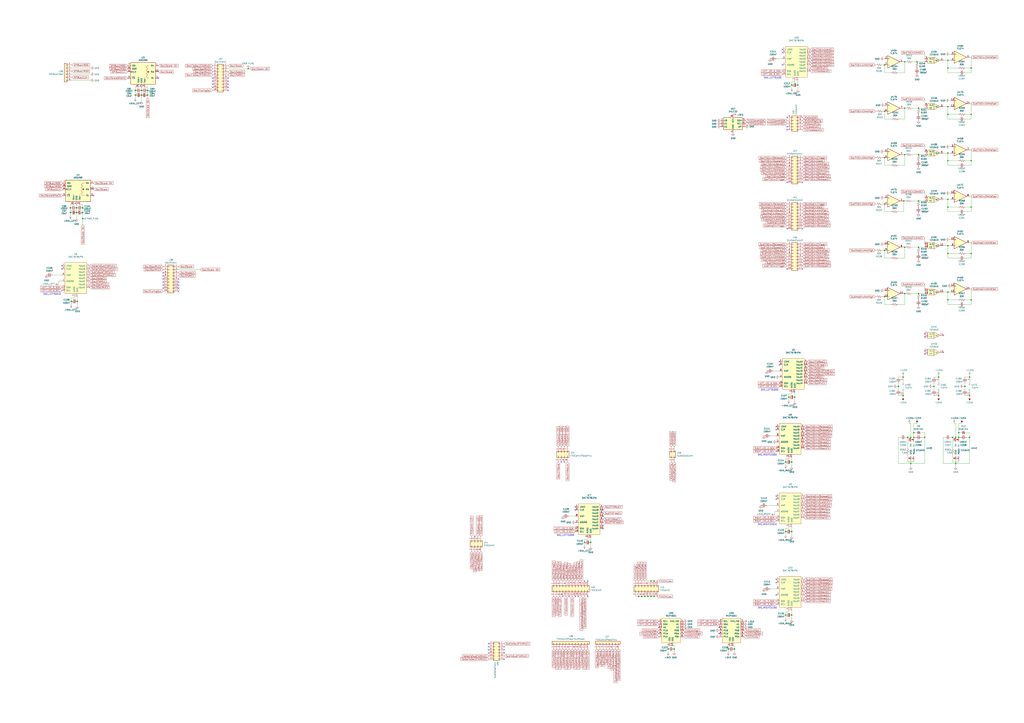
<source format=kicad_sch>
(kicad_sch (version 20210621) (generator eeschema)
  (paper "A1")
  (junction (at 57.785 170.815))
  (junction (at 57.785 174.625))
  (junction (at 58.42 247.65))
  (junction (at 62.865 170.815))
  (junction (at 62.865 174.625))
  (junction (at 63.5 247.65))
  (junction (at 67.945 170.815))
  (junction (at 67.945 174.625))
  (junction (at 67.945 179.705))
  (junction (at 111.125 74.295))
  (junction (at 111.125 78.105))
  (junction (at 116.205 74.295))
  (junction (at 116.205 78.105))
  (junction (at 121.285 74.295))
  (junction (at 121.285 78.105))
  (junction (at 203.835 56.515))
  (junction (at 480.06 445.77))
  (junction (at 485.14 445.77))
  (junction (at 524.51 490.22))
  (junction (at 527.05 490.22))
  (junction (at 529.59 490.22))
  (junction (at 532.13 490.22))
  (junction (at 534.67 477.52))
  (junction (at 534.67 490.22))
  (junction (at 537.21 477.52))
  (junction (at 537.21 490.22))
  (junction (at 548.64 533.4))
  (junction (at 553.72 533.4))
  (junction (at 598.17 533.4))
  (junction (at 603.25 533.4))
  (junction (at 645.16 379.73))
  (junction (at 645.16 436.88))
  (junction (at 645.16 505.46))
  (junction (at 647.7 326.39))
  (junction (at 650.24 69.85))
  (junction (at 650.24 379.73))
  (junction (at 650.24 436.88))
  (junction (at 650.24 505.46))
  (junction (at 652.78 326.39))
  (junction (at 655.32 69.85))
  (junction (at 726.44 53.34))
  (junction (at 726.44 91.44))
  (junction (at 726.44 129.54))
  (junction (at 726.44 167.64))
  (junction (at 726.44 205.74))
  (junction (at 726.44 243.84))
  (junction (at 737.87 317.5))
  (junction (at 741.68 309.88))
  (junction (at 741.68 325.12))
  (junction (at 742.315 165.1))
  (junction (at 742.95 50.8))
  (junction (at 742.95 88.9))
  (junction (at 742.95 127))
  (junction (at 742.95 203.2))
  (junction (at 742.95 241.3))
  (junction (at 745.49 359.41))
  (junction (at 748.03 359.41))
  (junction (at 748.03 381))
  (junction (at 750.57 355.6))
  (junction (at 750.57 359.41))
  (junction (at 753.11 50.8))
  (junction (at 754.38 88.9))
  (junction (at 754.38 127))
  (junction (at 754.38 165.1))
  (junction (at 754.38 203.2))
  (junction (at 754.38 241.3))
  (junction (at 759.46 359.41))
  (junction (at 767.08 317.5))
  (junction (at 770.89 309.88))
  (junction (at 770.89 325.12))
  (junction (at 778.51 49.53))
  (junction (at 778.51 55.88))
  (junction (at 778.51 87.63))
  (junction (at 778.51 93.98))
  (junction (at 778.51 125.73))
  (junction (at 778.51 132.08))
  (junction (at 778.51 163.83))
  (junction (at 778.51 170.18))
  (junction (at 778.51 201.93))
  (junction (at 778.51 208.28))
  (junction (at 778.51 240.03))
  (junction (at 778.51 246.38))
  (junction (at 782.32 359.41))
  (junction (at 784.86 359.41))
  (junction (at 784.86 381))
  (junction (at 787.4 355.6))
  (junction (at 787.4 359.41))
  (junction (at 792.48 317.5))
  (junction (at 796.29 309.88))
  (junction (at 796.29 325.12))
  (junction (at 796.29 359.41))
  (junction (at 797.56 55.88))
  (junction (at 797.56 93.98))
  (junction (at 797.56 132.08))
  (junction (at 797.56 170.18))
  (junction (at 797.56 208.28))
  (junction (at 797.56 246.38))
  (no_connect (at 50.8 218.44))
  (no_connect (at 50.8 220.98))
  (no_connect (at 76.835 160.655))
  (no_connect (at 130.175 64.135))
  (no_connect (at 133.985 224.155))
  (no_connect (at 133.985 226.695))
  (no_connect (at 133.985 229.235))
  (no_connect (at 133.985 231.775))
  (no_connect (at 133.985 234.315))
  (no_connect (at 133.985 236.855))
  (no_connect (at 146.685 229.235))
  (no_connect (at 146.685 231.775))
  (no_connect (at 146.685 234.315))
  (no_connect (at 146.685 236.855))
  (no_connect (at 146.685 239.395))
  (no_connect (at 174.625 64.135))
  (no_connect (at 174.625 66.675))
  (no_connect (at 174.625 69.215))
  (no_connect (at 174.625 71.755))
  (no_connect (at 187.325 64.135))
  (no_connect (at 187.325 66.675))
  (no_connect (at 187.325 69.215))
  (no_connect (at 187.325 71.755))
  (no_connect (at 187.325 74.295))
  (no_connect (at 389.89 440.69))
  (no_connect (at 401.32 528.955))
  (no_connect (at 401.32 531.495))
  (no_connect (at 401.32 534.035))
  (no_connect (at 401.32 536.575))
  (no_connect (at 414.02 531.495))
  (no_connect (at 414.02 534.035))
  (no_connect (at 414.02 536.575))
  (no_connect (at 414.02 541.655))
  (no_connect (at 461.01 379.73))
  (no_connect (at 462.28 490.22))
  (no_connect (at 463.55 379.73))
  (no_connect (at 467.36 490.22))
  (no_connect (at 472.44 416.56))
  (no_connect (at 472.44 419.1))
  (no_connect (at 472.44 490.22))
  (no_connect (at 474.98 490.22))
  (no_connect (at 480.06 477.52))
  (no_connect (at 482.6 477.52))
  (no_connect (at 482.6 490.22))
  (no_connect (at 495.3 419.1))
  (no_connect (at 495.3 424.18))
  (no_connect (at 495.3 431.8))
  (no_connect (at 495.3 434.34))
  (no_connect (at 590.55 520.7))
  (no_connect (at 637.54 350.52))
  (no_connect (at 637.54 353.06))
  (no_connect (at 637.54 407.67))
  (no_connect (at 637.54 410.21))
  (no_connect (at 637.54 476.25))
  (no_connect (at 637.54 478.79))
  (no_connect (at 637.54 488.95))
  (no_connect (at 640.08 297.18))
  (no_connect (at 640.08 299.72))
  (no_connect (at 642.62 40.64))
  (no_connect (at 642.62 43.18))
  (no_connect (at 642.62 53.34))
  (no_connect (at 646.43 96.52))
  (no_connect (at 646.43 104.14))
  (no_connect (at 646.43 106.68))
  (no_connect (at 646.43 149.86))
  (no_connect (at 646.43 187.96))
  (no_connect (at 646.43 220.98))
  (no_connect (at 659.13 149.86))
  (no_connect (at 659.13 187.96))
  (no_connect (at 659.13 220.98))
  (no_connect (at 759.46 274.32))
  (no_connect (at 759.46 276.86))
  (no_connect (at 759.46 288.29))
  (no_connect (at 759.46 290.83))
  (no_connect (at 774.7 275.59))
  (no_connect (at 774.7 289.56))
  (wire (pts (xy 43.18 226.06) (xy 50.8 226.06)))
  (wire (pts (xy 48.26 231.14) (xy 50.8 231.14)))
  (wire (pts (xy 48.26 233.68) (xy 48.26 231.14)))
  (wire (pts (xy 57.785 168.275) (xy 57.785 170.815)))
  (wire (pts (xy 57.785 170.815) (xy 57.785 174.625)))
  (wire (pts (xy 57.785 174.625) (xy 57.785 177.165)))
  (wire (pts (xy 58.42 245.11) (xy 58.42 247.65)))
  (wire (pts (xy 58.42 247.65) (xy 58.42 250.19)))
  (wire (pts (xy 60.325 168.275) (xy 57.785 168.275)))
  (wire (pts (xy 60.96 243.84) (xy 60.96 245.11)))
  (wire (pts (xy 60.96 245.11) (xy 58.42 245.11)))
  (wire (pts (xy 62.865 168.275) (xy 62.865 170.815)))
  (wire (pts (xy 62.865 170.815) (xy 62.865 174.625)))
  (wire (pts (xy 62.865 174.625) (xy 62.865 179.705)))
  (wire (pts (xy 63.5 243.84) (xy 63.5 247.65)))
  (wire (pts (xy 63.5 247.65) (xy 63.5 251.46)))
  (wire (pts (xy 65.405 168.275) (xy 67.945 168.275)))
  (wire (pts (xy 67.945 168.275) (xy 67.945 170.815)))
  (wire (pts (xy 67.945 170.815) (xy 67.945 174.625)))
  (wire (pts (xy 67.945 174.625) (xy 67.945 179.705)))
  (wire (pts (xy 67.945 179.705) (xy 67.945 184.785)))
  (wire (pts (xy 74.295 55.88) (xy 59.055 55.88)))
  (wire (pts (xy 74.295 60.96) (xy 59.055 60.96)))
  (wire (pts (xy 74.295 66.04) (xy 59.055 66.04)))
  (wire (pts (xy 111.125 71.755) (xy 111.125 74.295)))
  (wire (pts (xy 111.125 74.295) (xy 111.125 78.105)))
  (wire (pts (xy 111.125 78.105) (xy 111.125 80.645)))
  (wire (pts (xy 113.665 71.755) (xy 111.125 71.755)))
  (wire (pts (xy 116.205 71.755) (xy 116.205 74.295)))
  (wire (pts (xy 116.205 74.295) (xy 116.205 78.105)))
  (wire (pts (xy 116.205 78.105) (xy 116.205 83.185)))
  (wire (pts (xy 118.745 71.755) (xy 121.285 71.755)))
  (wire (pts (xy 121.285 71.755) (xy 121.285 74.295)))
  (wire (pts (xy 121.285 74.295) (xy 121.285 78.105)))
  (wire (pts (xy 121.285 78.105) (xy 121.285 80.645)))
  (wire (pts (xy 146.685 221.615) (xy 164.465 221.615)))
  (wire (pts (xy 203.835 56.515) (xy 187.325 56.515)))
  (wire (pts (xy 205.105 56.515) (xy 203.835 56.515)))
  (wire (pts (xy 467.36 424.18) (xy 472.44 424.18)))
  (wire (pts (xy 480.06 443.23) (xy 480.06 445.77)))
  (wire (pts (xy 480.06 445.77) (xy 480.06 448.31)))
  (wire (pts (xy 482.6 441.96) (xy 482.6 443.23)))
  (wire (pts (xy 482.6 443.23) (xy 480.06 443.23)))
  (wire (pts (xy 485.14 441.96) (xy 485.14 445.77)))
  (wire (pts (xy 485.14 445.77) (xy 485.14 449.58)))
  (wire (pts (xy 524.51 490.22) (xy 521.97 490.22)))
  (wire (pts (xy 527.05 490.22) (xy 524.51 490.22)))
  (wire (pts (xy 529.59 490.22) (xy 527.05 490.22)))
  (wire (pts (xy 532.13 477.52) (xy 534.67 477.52)))
  (wire (pts (xy 532.13 490.22) (xy 529.59 490.22)))
  (wire (pts (xy 534.67 477.52) (xy 537.21 477.52)))
  (wire (pts (xy 534.67 490.22) (xy 532.13 490.22)))
  (wire (pts (xy 537.21 477.52) (xy 539.75 477.52)))
  (wire (pts (xy 537.21 490.22) (xy 534.67 490.22)))
  (wire (pts (xy 539.75 490.22) (xy 537.21 490.22)))
  (wire (pts (xy 548.64 530.86) (xy 548.64 533.4)))
  (wire (pts (xy 548.64 533.4) (xy 548.64 535.94)))
  (wire (pts (xy 549.91 530.86) (xy 548.64 530.86)))
  (wire (pts (xy 552.45 530.86) (xy 553.72 530.86)))
  (wire (pts (xy 553.72 530.86) (xy 553.72 533.4)))
  (wire (pts (xy 553.72 535.94) (xy 553.72 533.4)))
  (wire (pts (xy 598.17 530.86) (xy 598.17 533.4)))
  (wire (pts (xy 598.17 533.4) (xy 598.17 535.94)))
  (wire (pts (xy 599.44 530.86) (xy 598.17 530.86)))
  (wire (pts (xy 601.98 530.86) (xy 603.25 530.86)))
  (wire (pts (xy 603.25 530.86) (xy 603.25 533.4)))
  (wire (pts (xy 603.25 535.94) (xy 603.25 533.4)))
  (wire (pts (xy 629.92 415.29) (xy 637.54 415.29)))
  (wire (pts (xy 632.46 358.14) (xy 637.54 358.14)))
  (wire (pts (xy 632.46 483.87) (xy 637.54 483.87)))
  (wire (pts (xy 635 304.8) (xy 640.08 304.8)))
  (wire (pts (xy 636.27 420.37) (xy 637.54 420.37)))
  (wire (pts (xy 636.27 422.91) (xy 636.27 420.37)))
  (wire (pts (xy 637.54 48.26) (xy 642.62 48.26)))
  (wire (pts (xy 645.16 377.19) (xy 645.16 379.73)))
  (wire (pts (xy 645.16 379.73) (xy 645.16 382.27)))
  (wire (pts (xy 645.16 434.34) (xy 645.16 436.88)))
  (wire (pts (xy 645.16 436.88) (xy 645.16 439.42)))
  (wire (pts (xy 645.16 502.92) (xy 645.16 505.46)))
  (wire (pts (xy 645.16 505.46) (xy 645.16 508)))
  (wire (pts (xy 647.7 323.85) (xy 647.7 326.39)))
  (wire (pts (xy 647.7 326.39) (xy 647.7 328.93)))
  (wire (pts (xy 647.7 375.92) (xy 647.7 377.19)))
  (wire (pts (xy 647.7 377.19) (xy 645.16 377.19)))
  (wire (pts (xy 647.7 433.07) (xy 647.7 434.34)))
  (wire (pts (xy 647.7 434.34) (xy 645.16 434.34)))
  (wire (pts (xy 647.7 501.65) (xy 647.7 502.92)))
  (wire (pts (xy 647.7 502.92) (xy 645.16 502.92)))
  (wire (pts (xy 650.24 67.31) (xy 650.24 69.85)))
  (wire (pts (xy 650.24 69.85) (xy 650.24 72.39)))
  (wire (pts (xy 650.24 322.58) (xy 650.24 323.85)))
  (wire (pts (xy 650.24 323.85) (xy 647.7 323.85)))
  (wire (pts (xy 650.24 375.92) (xy 650.24 379.73)))
  (wire (pts (xy 650.24 379.73) (xy 650.24 383.54)))
  (wire (pts (xy 650.24 433.07) (xy 650.24 436.88)))
  (wire (pts (xy 650.24 436.88) (xy 650.24 440.69)))
  (wire (pts (xy 650.24 501.65) (xy 650.24 505.46)))
  (wire (pts (xy 650.24 505.46) (xy 650.24 509.27)))
  (wire (pts (xy 652.78 66.04) (xy 652.78 67.31)))
  (wire (pts (xy 652.78 67.31) (xy 650.24 67.31)))
  (wire (pts (xy 652.78 322.58) (xy 652.78 326.39)))
  (wire (pts (xy 652.78 326.39) (xy 652.78 330.2)))
  (wire (pts (xy 655.32 66.04) (xy 655.32 69.85)))
  (wire (pts (xy 655.32 69.85) (xy 655.32 73.66)))
  (wire (pts (xy 718.82 53.34) (xy 719.455 53.34)))
  (wire (pts (xy 718.82 91.44) (xy 720.09 91.44)))
  (wire (pts (xy 718.82 129.54) (xy 719.455 129.54)))
  (wire (pts (xy 718.82 167.64) (xy 719.455 167.64)))
  (wire (pts (xy 718.82 205.74) (xy 719.455 205.74)))
  (wire (pts (xy 718.82 243.84) (xy 719.455 243.84)))
  (wire (pts (xy 724.535 53.34) (xy 726.44 53.34)))
  (wire (pts (xy 724.535 129.54) (xy 726.44 129.54)))
  (wire (pts (xy 724.535 167.64) (xy 726.44 167.64)))
  (wire (pts (xy 724.535 205.74) (xy 726.44 205.74)))
  (wire (pts (xy 724.535 243.84) (xy 726.44 243.84)))
  (wire (pts (xy 725.17 91.44) (xy 726.44 91.44)))
  (wire (pts (xy 726.44 48.26) (xy 725.805 48.26)))
  (wire (pts (xy 726.44 53.34) (xy 726.44 59.69)))
  (wire (pts (xy 726.44 59.69) (xy 732.155 59.69)))
  (wire (pts (xy 726.44 91.44) (xy 726.44 97.79)))
  (wire (pts (xy 726.44 97.79) (xy 732.79 97.79)))
  (wire (pts (xy 726.44 124.46) (xy 725.805 124.46)))
  (wire (pts (xy 726.44 129.54) (xy 726.44 135.89)))
  (wire (pts (xy 726.44 135.89) (xy 732.155 135.89)))
  (wire (pts (xy 726.44 162.56) (xy 725.805 162.56)))
  (wire (pts (xy 726.44 167.64) (xy 726.44 173.99)))
  (wire (pts (xy 726.44 173.99) (xy 732.155 173.99)))
  (wire (pts (xy 726.44 200.66) (xy 725.805 200.66)))
  (wire (pts (xy 726.44 205.74) (xy 726.44 212.09)))
  (wire (pts (xy 726.44 212.09) (xy 732.155 212.09)))
  (wire (pts (xy 726.44 238.76) (xy 725.805 238.76)))
  (wire (pts (xy 726.44 243.84) (xy 726.44 250.19)))
  (wire (pts (xy 726.44 250.19) (xy 732.155 250.19)))
  (wire (pts (xy 737.235 59.69) (xy 742.95 59.69)))
  (wire (pts (xy 737.235 135.89) (xy 742.95 135.89)))
  (wire (pts (xy 737.235 173.99) (xy 742.315 173.99)))
  (wire (pts (xy 737.235 212.09) (xy 742.95 212.09)))
  (wire (pts (xy 737.235 250.19) (xy 742.95 250.19)))
  (wire (pts (xy 737.87 97.79) (xy 742.95 97.79)))
  (wire (pts (xy 737.87 314.96) (xy 737.87 317.5)))
  (wire (pts (xy 737.87 317.5) (xy 736.6 317.5)))
  (wire (pts (xy 737.87 317.5) (xy 737.87 320.04)))
  (wire (pts (xy 737.87 325.12) (xy 741.68 325.12)))
  (wire (pts (xy 737.87 359.41) (xy 737.87 381)))
  (wire (pts (xy 737.87 381) (xy 748.03 381)))
  (wire (pts (xy 739.14 359.41) (xy 737.87 359.41)))
  (wire (pts (xy 741.68 50.8) (xy 742.95 50.8)))
  (wire (pts (xy 741.68 88.9) (xy 742.95 88.9)))
  (wire (pts (xy 741.68 127) (xy 742.95 127)))
  (wire (pts (xy 741.68 165.1) (xy 742.315 165.1)))
  (wire (pts (xy 741.68 203.2) (xy 742.95 203.2)))
  (wire (pts (xy 741.68 241.3) (xy 742.95 241.3)))
  (wire (pts (xy 741.68 308.61) (xy 741.68 309.88)))
  (wire (pts (xy 741.68 309.88) (xy 737.87 309.88)))
  (wire (pts (xy 741.68 325.12) (xy 741.68 326.39)))
  (wire (pts (xy 742.315 165.1) (xy 743.585 165.1)))
  (wire (pts (xy 742.315 173.99) (xy 742.315 165.1)))
  (wire (pts (xy 742.95 59.69) (xy 742.95 50.8)))
  (wire (pts (xy 742.95 88.9) (xy 744.22 88.9)))
  (wire (pts (xy 742.95 97.79) (xy 742.95 88.9)))
  (wire (pts (xy 742.95 127) (xy 743.585 127)))
  (wire (pts (xy 742.95 135.89) (xy 742.95 127)))
  (wire (pts (xy 742.95 203.2) (xy 743.585 203.2)))
  (wire (pts (xy 742.95 212.09) (xy 742.95 203.2)))
  (wire (pts (xy 742.95 241.3) (xy 743.585 241.3)))
  (wire (pts (xy 742.95 250.19) (xy 742.95 241.3)))
  (wire (pts (xy 744.22 50.8) (xy 742.95 50.8)))
  (wire (pts (xy 744.22 359.41) (xy 745.49 359.41)))
  (wire (pts (xy 745.49 359.41) (xy 748.03 359.41)))
  (wire (pts (xy 745.49 368.3) (xy 745.49 359.41)))
  (wire (pts (xy 745.49 379.73) (xy 745.49 373.38)))
  (wire (pts (xy 746.76 347.98) (xy 748.03 347.98)))
  (wire (pts (xy 748.03 347.98) (xy 748.03 359.41)))
  (wire (pts (xy 748.03 378.46) (xy 748.03 381)))
  (wire (pts (xy 748.03 381) (xy 748.03 383.54)))
  (wire (pts (xy 748.665 127) (xy 754.38 127)))
  (wire (pts (xy 748.665 165.1) (xy 754.38 165.1)))
  (wire (pts (xy 748.665 203.2) (xy 754.38 203.2)))
  (wire (pts (xy 748.665 241.3) (xy 754.38 241.3)))
  (wire (pts (xy 749.3 50.8) (xy 753.11 50.8)))
  (wire (pts (xy 749.3 88.9) (xy 754.38 88.9)))
  (wire (pts (xy 750.57 347.98) (xy 750.57 355.6)))
  (wire (pts (xy 750.57 355.6) (xy 751.84 355.6)))
  (wire (pts (xy 750.57 359.41) (xy 750.57 355.6)))
  (wire (pts (xy 750.57 359.41) (xy 751.84 359.41)))
  (wire (pts (xy 750.57 378.46) (xy 750.57 379.73)))
  (wire (pts (xy 750.57 379.73) (xy 745.49 379.73)))
  (wire (pts (xy 753.11 347.98) (xy 750.57 347.98)))
  (wire (pts (xy 754.38 88.9) (xy 759.46 88.9)))
  (wire (pts (xy 754.38 127) (xy 759.46 127)))
  (wire (pts (xy 754.38 165.1) (xy 759.46 165.1)))
  (wire (pts (xy 754.38 203.2) (xy 759.46 203.2)))
  (wire (pts (xy 754.38 241.3) (xy 759.46 241.3)))
  (wire (pts (xy 756.92 355.6) (xy 759.46 355.6)))
  (wire (pts (xy 756.92 359.41) (xy 759.46 359.41)))
  (wire (pts (xy 759.46 43.18) (xy 759.46 48.26)))
  (wire (pts (xy 759.46 50.8) (xy 753.11 50.8)))
  (wire (pts (xy 759.46 81.28) (xy 759.46 86.36)))
  (wire (pts (xy 759.46 119.38) (xy 759.46 124.46)))
  (wire (pts (xy 759.46 157.48) (xy 759.46 162.56)))
  (wire (pts (xy 759.46 195.58) (xy 759.46 200.66)))
  (wire (pts (xy 759.46 233.68) (xy 759.46 238.76)))
  (wire (pts (xy 759.46 355.6) (xy 759.46 359.41)))
  (wire (pts (xy 759.46 359.41) (xy 759.46 381)))
  (wire (pts (xy 759.46 381) (xy 748.03 381)))
  (wire (pts (xy 767.08 314.96) (xy 767.08 317.5)))
  (wire (pts (xy 767.08 317.5) (xy 765.81 317.5)))
  (wire (pts (xy 767.08 317.5) (xy 767.08 320.04)))
  (wire (pts (xy 767.08 325.12) (xy 770.89 325.12)))
  (wire (pts (xy 770.89 308.61) (xy 770.89 309.88)))
  (wire (pts (xy 770.89 309.88) (xy 767.08 309.88)))
  (wire (pts (xy 770.89 325.12) (xy 770.89 326.39)))
  (wire (pts (xy 774.7 49.53) (xy 778.51 49.53)))
  (wire (pts (xy 774.7 87.63) (xy 778.51 87.63)))
  (wire (pts (xy 774.7 125.73) (xy 778.51 125.73)))
  (wire (pts (xy 774.7 163.83) (xy 778.51 163.83)))
  (wire (pts (xy 774.7 201.93) (xy 778.51 201.93)))
  (wire (pts (xy 774.7 240.03) (xy 778.51 240.03)))
  (wire (pts (xy 774.7 359.41) (xy 774.7 381)))
  (wire (pts (xy 774.7 381) (xy 784.86 381)))
  (wire (pts (xy 775.97 359.41) (xy 774.7 359.41)))
  (wire (pts (xy 778.51 49.53) (xy 778.51 55.88)))
  (wire (pts (xy 778.51 49.53) (xy 781.05 49.53)))
  (wire (pts (xy 778.51 55.88) (xy 778.51 59.69)))
  (wire (pts (xy 778.51 55.88) (xy 787.4 55.88)))
  (wire (pts (xy 778.51 59.69) (xy 787.4 59.69)))
  (wire (pts (xy 778.51 87.63) (xy 778.51 93.98)))
  (wire (pts (xy 778.51 87.63) (xy 781.05 87.63)))
  (wire (pts (xy 778.51 93.98) (xy 778.51 97.79)))
  (wire (pts (xy 778.51 93.98) (xy 787.4 93.98)))
  (wire (pts (xy 778.51 97.79) (xy 787.4 97.79)))
  (wire (pts (xy 778.51 125.73) (xy 778.51 132.08)))
  (wire (pts (xy 778.51 125.73) (xy 781.05 125.73)))
  (wire (pts (xy 778.51 132.08) (xy 778.51 135.89)))
  (wire (pts (xy 778.51 132.08) (xy 787.4 132.08)))
  (wire (pts (xy 778.51 135.89) (xy 787.4 135.89)))
  (wire (pts (xy 778.51 163.83) (xy 778.51 170.18)))
  (wire (pts (xy 778.51 163.83) (xy 781.05 163.83)))
  (wire (pts (xy 778.51 170.18) (xy 778.51 173.99)))
  (wire (pts (xy 778.51 170.18) (xy 787.4 170.18)))
  (wire (pts (xy 778.51 173.99) (xy 787.4 173.99)))
  (wire (pts (xy 778.51 201.93) (xy 778.51 208.28)))
  (wire (pts (xy 778.51 201.93) (xy 781.05 201.93)))
  (wire (pts (xy 778.51 208.28) (xy 778.51 212.09)))
  (wire (pts (xy 778.51 208.28) (xy 787.4 208.28)))
  (wire (pts (xy 778.51 212.09) (xy 787.4 212.09)))
  (wire (pts (xy 778.51 240.03) (xy 778.51 246.38)))
  (wire (pts (xy 778.51 240.03) (xy 781.05 240.03)))
  (wire (pts (xy 778.51 246.38) (xy 778.51 250.19)))
  (wire (pts (xy 778.51 246.38) (xy 787.4 246.38)))
  (wire (pts (xy 778.51 250.19) (xy 787.4 250.19)))
  (wire (pts (xy 779.78 44.45) (xy 781.05 44.45)))
  (wire (pts (xy 779.78 196.85) (xy 781.05 196.85)))
  (wire (pts (xy 781.05 82.55) (xy 779.78 82.55)))
  (wire (pts (xy 781.05 120.65) (xy 779.78 120.65)))
  (wire (pts (xy 781.05 158.75) (xy 779.78 158.75)))
  (wire (pts (xy 781.05 359.41) (xy 782.32 359.41)))
  (wire (pts (xy 782.32 359.41) (xy 784.86 359.41)))
  (wire (pts (xy 782.32 368.3) (xy 782.32 359.41)))
  (wire (pts (xy 782.32 379.73) (xy 782.32 373.38)))
  (wire (pts (xy 783.59 347.98) (xy 784.86 347.98)))
  (wire (pts (xy 784.86 347.98) (xy 784.86 359.41)))
  (wire (pts (xy 784.86 378.46) (xy 784.86 381)))
  (wire (pts (xy 784.86 381) (xy 784.86 383.54)))
  (wire (pts (xy 787.4 347.98) (xy 787.4 355.6)))
  (wire (pts (xy 787.4 355.6) (xy 788.67 355.6)))
  (wire (pts (xy 787.4 359.41) (xy 787.4 355.6)))
  (wire (pts (xy 787.4 359.41) (xy 788.67 359.41)))
  (wire (pts (xy 787.4 378.46) (xy 787.4 379.73)))
  (wire (pts (xy 787.4 379.73) (xy 782.32 379.73)))
  (wire (pts (xy 789.94 347.98) (xy 787.4 347.98)))
  (wire (pts (xy 792.48 55.88) (xy 797.56 55.88)))
  (wire (pts (xy 792.48 59.69) (xy 797.56 59.69)))
  (wire (pts (xy 792.48 93.98) (xy 797.56 93.98)))
  (wire (pts (xy 792.48 97.79) (xy 797.56 97.79)))
  (wire (pts (xy 792.48 132.08) (xy 797.56 132.08)))
  (wire (pts (xy 792.48 135.89) (xy 797.56 135.89)))
  (wire (pts (xy 792.48 170.18) (xy 797.56 170.18)))
  (wire (pts (xy 792.48 173.99) (xy 797.56 173.99)))
  (wire (pts (xy 792.48 208.28) (xy 797.56 208.28)))
  (wire (pts (xy 792.48 212.09) (xy 797.56 212.09)))
  (wire (pts (xy 792.48 246.38) (xy 797.56 246.38)))
  (wire (pts (xy 792.48 250.19) (xy 797.56 250.19)))
  (wire (pts (xy 792.48 314.96) (xy 792.48 317.5)))
  (wire (pts (xy 792.48 317.5) (xy 791.21 317.5)))
  (wire (pts (xy 792.48 317.5) (xy 792.48 320.04)))
  (wire (pts (xy 792.48 325.12) (xy 796.29 325.12)))
  (wire (pts (xy 793.75 355.6) (xy 796.29 355.6)))
  (wire (pts (xy 793.75 359.41) (xy 796.29 359.41)))
  (wire (pts (xy 796.29 85.09) (xy 797.56 85.09)))
  (wire (pts (xy 796.29 123.19) (xy 797.56 123.19)))
  (wire (pts (xy 796.29 161.29) (xy 797.56 161.29)))
  (wire (pts (xy 796.29 199.39) (xy 797.56 199.39)))
  (wire (pts (xy 796.29 237.49) (xy 797.56 237.49)))
  (wire (pts (xy 796.29 308.61) (xy 796.29 309.88)))
  (wire (pts (xy 796.29 309.88) (xy 792.48 309.88)))
  (wire (pts (xy 796.29 325.12) (xy 796.29 326.39)))
  (wire (pts (xy 796.29 355.6) (xy 796.29 359.41)))
  (wire (pts (xy 796.29 359.41) (xy 796.29 381)))
  (wire (pts (xy 796.29 381) (xy 784.86 381)))
  (wire (pts (xy 797.56 46.99) (xy 796.29 46.99)))
  (wire (pts (xy 797.56 55.88) (xy 797.56 46.99)))
  (wire (pts (xy 797.56 59.69) (xy 797.56 55.88)))
  (wire (pts (xy 797.56 93.98) (xy 797.56 85.09)))
  (wire (pts (xy 797.56 97.79) (xy 797.56 93.98)))
  (wire (pts (xy 797.56 132.08) (xy 797.56 123.19)))
  (wire (pts (xy 797.56 135.89) (xy 797.56 132.08)))
  (wire (pts (xy 797.56 170.18) (xy 797.56 161.29)))
  (wire (pts (xy 797.56 173.99) (xy 797.56 170.18)))
  (wire (pts (xy 797.56 208.28) (xy 797.56 199.39)))
  (wire (pts (xy 797.56 212.09) (xy 797.56 208.28)))
  (wire (pts (xy 797.56 246.38) (xy 797.56 237.49)))
  (wire (pts (xy 797.56 250.19) (xy 797.56 246.38)))
  (text "DAC_LEFT0:010" (at 35.56 242.57 0) (effects (font (size 1.27 1.27)) (justify left bottom)))
  (text "DAC_LEFT2:000" (at 457.2 440.69 0) (effects (font (size 1.27 1.27)) (justify left bottom)))
  (text "DAC_RIGHT2:000" (at 622.3 374.65 0) (effects (font (size 1.27 1.27)) (justify left bottom)))
  (text "DAC_RIGHT2:010" (at 622.3 431.8 0) (effects (font (size 1.27 1.27)) (justify left bottom)))
  (text "DAC_RIGHT2:100" (at 622.3 500.38 0) (effects (font (size 1.27 1.27)) (justify left bottom)))
  (text "DAC_LEFT0:000" (at 624.84 321.31 0) (effects (font (size 1.27 1.27)) (justify left bottom)))
  (text "DAC_LEFT0:100" (at 627.38 64.77 0) (effects (font (size 1.27 1.27)) (justify left bottom)))
  (global_label "LEFT_I2C_0_SDA" (shape input) (at 50.8 236.22 180) (property "Intersheet References" "${INTERSHEET_REFS}" (effects hide)))
  (global_label "LEFT_I2C_0_SCL" (shape input) (at 50.8 238.76 180) (property "Intersheet References" "${INTERSHEET_REFS}" (effects hide)))
  (global_label "SPIBus1MOSI" (shape input) (at 51.435 150.495 180) (property "Intersheet References" "${INTERSHEET_REFS}" (effects hide)))
  (global_label "SPIBus1MISO" (shape input) (at 51.435 153.035 180) (property "Intersheet References" "${INTERSHEET_REFS}" (effects hide)))
  (global_label "SPIBus1CLK" (shape input) (at 51.435 155.575 180) (property "Intersheet References" "${INTERSHEET_REFS}" (effects hide)))
  (global_label "Osc2ScaleDPotCS" (shape input) (at 51.435 160.655 180) (property "Intersheet References" "${INTERSHEET_REFS}" (effects hide)))
  (global_label "SPIBus1MOSI" (shape input) (at 59.055 53.34 0) (property "Intersheet References" "${INTERSHEET_REFS}" (effects hide)))
  (global_label "SPIBus1MISO" (shape input) (at 59.055 58.42 0) (property "Intersheet References" "${INTERSHEET_REFS}" (effects hide)))
  (global_label "SPIBus1CLK" (shape input) (at 59.055 63.5 0) (property "Intersheet References" "${INTERSHEET_REFS}" (effects hide)))
  (global_label "Osc2Scale-5V" (shape input) (at 67.945 184.785 270) (property "Intersheet References" "${INTERSHEET_REFS}" (effects hide)))
  (global_label "NoiseToSubFiltMixCV" (shape input) (at 73.66 218.44 0) (property "Intersheet References" "${INTERSHEET_REFS}" (effects hide)))
  (global_label "NoiseToOsc2FiltMixCV" (shape input) (at 73.66 220.98 0) (property "Intersheet References" "${INTERSHEET_REFS}" (effects hide)))
  (global_label "SubToSubFiltMixCV" (shape input) (at 73.66 223.52 0) (property "Intersheet References" "${INTERSHEET_REFS}" (effects hide)))
  (global_label "SubToOsc2FiltMixCV" (shape input) (at 73.66 226.06 0) (property "Intersheet References" "${INTERSHEET_REFS}" (effects hide)))
  (global_label "Osc2NoteCV" (shape input) (at 73.66 228.6 0) (property "Intersheet References" "${INTERSHEET_REFS}" (effects hide)))
  (global_label "Osc2PWMCV" (shape input) (at 73.66 231.14 0) (property "Intersheet References" "${INTERSHEET_REFS}" (effects hide)))
  (global_label "Osc2SqrMixCV" (shape input) (at 73.66 233.68 0) (property "Intersheet References" "${INTERSHEET_REFS}" (effects hide)))
  (global_label "Osc2SawMixCV" (shape input) (at 73.66 236.22 0) (property "Intersheet References" "${INTERSHEET_REFS}" (effects hide)))
  (global_label "Osc2Scale-5V" (shape input) (at 76.835 150.495 0) (property "Intersheet References" "${INTERSHEET_REFS}" (effects hide)))
  (global_label "Osc2Scale" (shape input) (at 76.835 155.575 0) (property "Intersheet References" "${INTERSHEET_REFS}" (effects hide)))
  (global_label "SPIBus1MOSI" (shape input) (at 104.775 53.975 180) (property "Intersheet References" "${INTERSHEET_REFS}" (effects hide)))
  (global_label "SPIBus1MISO" (shape input) (at 104.775 56.515 180) (property "Intersheet References" "${INTERSHEET_REFS}" (effects hide)))
  (global_label "SPIBus1CLK" (shape input) (at 104.775 59.055 180) (property "Intersheet References" "${INTERSHEET_REFS}" (effects hide)))
  (global_label "Osc1ScaleDPotCS" (shape input) (at 104.775 64.135 180) (property "Intersheet References" "${INTERSHEET_REFS}" (effects hide)))
  (global_label "Osc1Scale-5V" (shape input) (at 121.285 80.645 270) (property "Intersheet References" "${INTERSHEET_REFS}" (effects hide)))
  (global_label "Osc1Scale-5V" (shape input) (at 130.175 53.975 0) (property "Intersheet References" "${INTERSHEET_REFS}" (effects hide)))
  (global_label "Osc1Scale" (shape input) (at 130.175 59.055 0) (property "Intersheet References" "${INTERSHEET_REFS}" (effects hide)))
  (global_label "Osc2SawMixCV" (shape input) (at 133.985 219.075 180) (property "Intersheet References" "${INTERSHEET_REFS}" (effects hide)))
  (global_label "Osc2SqrMixCV" (shape input) (at 133.985 221.615 180) (property "Intersheet References" "${INTERSHEET_REFS}" (effects hide)))
  (global_label "Osc2TuningOut" (shape input) (at 133.985 239.395 180) (property "Intersheet References" "${INTERSHEET_REFS}" (effects hide)))
  (global_label "Osc2Scale" (shape input) (at 146.685 219.075 0) (property "Intersheet References" "${INTERSHEET_REFS}" (effects hide)))
  (global_label "Osc2NoteCV" (shape input) (at 146.685 224.155 0) (property "Intersheet References" "${INTERSHEET_REFS}" (effects hide)))
  (global_label "Osc2PWMCV" (shape input) (at 146.685 226.695 0) (property "Intersheet References" "${INTERSHEET_REFS}" (effects hide)))
  (global_label "Osc2Scale-5V" (shape input) (at 164.465 221.615 0) (property "Intersheet References" "${INTERSHEET_REFS}" (effects hide)))
  (global_label "Osc1ToOsc1FiltMixCV" (shape input) (at 174.625 53.975 180) (property "Intersheet References" "${INTERSHEET_REFS}" (effects hide)))
  (global_label "Osc1SawMixCV" (shape input) (at 174.625 56.515 180) (property "Intersheet References" "${INTERSHEET_REFS}" (effects hide)))
  (global_label "Osc1SqrMixCV" (shape input) (at 174.625 59.055 180) (property "Intersheet References" "${INTERSHEET_REFS}" (effects hide)))
  (global_label "Osc1ToOsc2FiltMixCV" (shape input) (at 174.625 61.595 180) (property "Intersheet References" "${INTERSHEET_REFS}" (effects hide)))
  (global_label "Osc1TuningOut" (shape input) (at 174.625 74.295 180) (property "Intersheet References" "${INTERSHEET_REFS}" (effects hide)))
  (global_label "Osc1Scale" (shape input) (at 187.325 53.975 0) (property "Intersheet References" "${INTERSHEET_REFS}" (effects hide)))
  (global_label "Osc1NoteCV" (shape input) (at 187.325 59.055 0) (property "Intersheet References" "${INTERSHEET_REFS}" (effects hide)))
  (global_label "Osc1PWMCV" (shape input) (at 187.325 61.595 0) (property "Intersheet References" "${INTERSHEET_REFS}" (effects hide)))
  (global_label "Osc1Scale-5V" (shape input) (at 205.105 56.515 0) (property "Intersheet References" "${INTERSHEET_REFS}" (effects hide)))
  (global_label "FiltConn1+12V" (shape input) (at 387.35 440.69 90) (property "Intersheet References" "${INTERSHEET_REFS}" (effects hide)))
  (global_label "Osc1FXSend" (shape input) (at 387.35 453.39 270) (property "Intersheet References" "${INTERSHEET_REFS}" (effects hide)))
  (global_label "Osc1FiltFreqCV" (shape input) (at 389.89 453.39 270) (property "Intersheet References" "${INTERSHEET_REFS}" (effects hide)))
  (global_label "FiltConn1-12V" (shape input) (at 392.43 440.69 90) (property "Intersheet References" "${INTERSHEET_REFS}" (effects hide)))
  (global_label "Osc1FiltResCV" (shape input) (at 392.43 453.39 270) (property "Intersheet References" "${INTERSHEET_REFS}" (effects hide)))
  (global_label "FiltConn1-GND" (shape input) (at 394.97 440.69 90) (property "Intersheet References" "${INTERSHEET_REFS}" (effects hide)))
  (global_label "Osc1FXReturn" (shape input) (at 394.97 453.39 270) (property "Intersheet References" "${INTERSHEET_REFS}" (effects hide)))
  (global_label "NoiseToSubFiltMixCV" (shape input) (at 401.32 539.115 180) (property "Intersheet References" "${INTERSHEET_REFS}" (effects hide)))
  (global_label "NoiseToOsc2FiltMixCV" (shape input) (at 401.32 541.655 180) (property "Intersheet References" "${INTERSHEET_REFS}" (effects hide)))
  (global_label "SubToOsc2FiltMixCV" (shape input) (at 414.02 528.955 0) (property "Intersheet References" "${INTERSHEET_REFS}" (effects hide)))
  (global_label "SubToSubFiltMixCV" (shape input) (at 414.02 539.115 0) (property "Intersheet References" "${INTERSHEET_REFS}" (effects hide)))
  (global_label "Osc2FiltFreqCV" (shape input) (at 454.66 477.52 90) (property "Intersheet References" "${INTERSHEET_REFS}" (effects hide)))
  (global_label "FiltConn2+12V" (shape input) (at 454.66 490.22 270) (property "Intersheet References" "${INTERSHEET_REFS}" (effects hide)))
  (global_label "FiltConn2GND" (shape input) (at 454.66 533.4 270) (property "Intersheet References" "${INTERSHEET_REFS}" (effects hide)))
  (global_label "Osc2FXReturn" (shape input) (at 457.2 477.52 90) (property "Intersheet References" "${INTERSHEET_REFS}" (effects hide)))
  (global_label "FiltConn2GND" (shape input) (at 457.2 490.22 270) (property "Intersheet References" "${INTERSHEET_REFS}" (effects hide)))
  (global_label "FiltConn2-12V" (shape input) (at 457.2 533.4 270) (property "Intersheet References" "${INTERSHEET_REFS}" (effects hide)))
  (global_label "FiltConn1+12V" (shape input) (at 458.47 367.03 90) (property "Intersheet References" "${INTERSHEET_REFS}" (effects hide)))
  (global_label "Osc1FXSend" (shape input) (at 458.47 379.73 270) (property "Intersheet References" "${INTERSHEET_REFS}" (effects hide)))
  (global_label "Osc2FiltResCV" (shape input) (at 459.74 477.52 90) (property "Intersheet References" "${INTERSHEET_REFS}" (effects hide)))
  (global_label "FiltConn2-12V" (shape input) (at 459.74 490.22 270) (property "Intersheet References" "${INTERSHEET_REFS}" (effects hide)))
  (global_label "FiltConn2+12V" (shape input) (at 459.74 533.4 270) (property "Intersheet References" "${INTERSHEET_REFS}" (effects hide)))
  (global_label "FiltConn1-GND" (shape input) (at 461.01 367.03 90) (property "Intersheet References" "${INTERSHEET_REFS}" (effects hide)))
  (global_label "Osc2FXSend" (shape input) (at 462.28 477.52 90) (property "Intersheet References" "${INTERSHEET_REFS}" (effects hide)))
  (global_label "FiltConn2GND" (shape input) (at 462.28 533.4 270) (property "Intersheet References" "${INTERSHEET_REFS}" (effects hide)))
  (global_label "FiltConn1-12V" (shape input) (at 463.55 367.03 90) (property "Intersheet References" "${INTERSHEET_REFS}" (effects hide)))
  (global_label "SubFiltFreqCV" (shape input) (at 464.82 477.52 90) (property "Intersheet References" "${INTERSHEET_REFS}" (effects hide)))
  (global_label "FiltConn2GND" (shape input) (at 464.82 490.22 270) (property "Intersheet References" "${INTERSHEET_REFS}" (effects hide)))
  (global_label "FiltConn2-12V" (shape input) (at 464.82 533.4 270) (property "Intersheet References" "${INTERSHEET_REFS}" (effects hide)))
  (global_label "FiltConn1-GND" (shape input) (at 466.09 367.03 90) (property "Intersheet References" "${INTERSHEET_REFS}" (effects hide)))
  (global_label "Osc1FXReturn" (shape input) (at 466.09 379.73 270) (property "Intersheet References" "${INTERSHEET_REFS}" (effects hide)))
  (global_label "SubFXReturn" (shape input) (at 467.36 477.52 90) (property "Intersheet References" "${INTERSHEET_REFS}" (effects hide)))
  (global_label "FiltConn2+12V" (shape input) (at 467.36 533.4 270) (property "Intersheet References" "${INTERSHEET_REFS}" (effects hide)))
  (global_label "SubFXSend" (shape input) (at 469.9 477.52 90) (property "Intersheet References" "${INTERSHEET_REFS}" (effects hide)))
  (global_label "FiltConn2+12V" (shape input) (at 469.9 490.22 270) (property "Intersheet References" "${INTERSHEET_REFS}" (effects hide)))
  (global_label "FiltConn2GND" (shape input) (at 469.9 533.4 270) (property "Intersheet References" "${INTERSHEET_REFS}" (effects hide)))
  (global_label "LEFT_I2C_2_SDA" (shape input) (at 472.44 434.34 180) (property "Intersheet References" "${INTERSHEET_REFS}" (effects hide)))
  (global_label "LEFT_I2C_2_SCL" (shape input) (at 472.44 436.88 180) (property "Intersheet References" "${INTERSHEET_REFS}" (effects hide)))
  (global_label "SubFiltResCV" (shape input) (at 472.44 477.52 90) (property "Intersheet References" "${INTERSHEET_REFS}" (effects hide)))
  (global_label "FiltConn2-12V" (shape input) (at 472.44 533.4 270) (property "Intersheet References" "${INTERSHEET_REFS}" (effects hide)))
  (global_label "PreFV1FXSend" (shape input) (at 474.98 477.52 90) (property "Intersheet References" "${INTERSHEET_REFS}" (effects hide)))
  (global_label "FiltConn2+12V" (shape input) (at 474.98 533.4 270) (property "Intersheet References" "${INTERSHEET_REFS}" (effects hide)))
  (global_label "PreFV1FXReturn" (shape input) (at 477.52 477.52 90) (property "Intersheet References" "${INTERSHEET_REFS}" (effects hide)))
  (global_label "SubAmpAudioBypassReturn" (shape input) (at 477.52 490.22 270) (property "Intersheet References" "${INTERSHEET_REFS}" (effects hide)))
  (global_label "FiltConn2GND" (shape input) (at 477.52 533.4 270) (property "Intersheet References" "${INTERSHEET_REFS}" (effects hide)))
  (global_label "SubAmpAudioBypassSend" (shape input) (at 480.06 490.22 270) (property "Intersheet References" "${INTERSHEET_REFS}" (effects hide)))
  (global_label "FiltConn2-12V" (shape input) (at 480.06 533.4 270) (property "Intersheet References" "${INTERSHEET_REFS}" (effects hide)))
  (global_label "FiltConn2+12V" (shape input) (at 482.6 533.4 270) (property "Intersheet References" "${INTERSHEET_REFS}" (effects hide)))
  (global_label "Osc2FXReturn" (shape input) (at 490.22 533.4 270) (property "Intersheet References" "${INTERSHEET_REFS}" (effects hide)))
  (global_label "Osc2FXSend" (shape input) (at 492.76 533.4 270) (property "Intersheet References" "${INTERSHEET_REFS}" (effects hide)))
  (global_label "Osc2FiltResCV" (shape input) (at 495.3 416.56 0) (property "Intersheet References" "${INTERSHEET_REFS}" (effects hide)))
  (global_label "SubFiltFreqCV" (shape input) (at 495.3 421.64 0) (property "Intersheet References" "${INTERSHEET_REFS}" (effects hide)))
  (global_label "SubFiltResCV" (shape input) (at 495.3 426.72 0) (property "Intersheet References" "${INTERSHEET_REFS}" (effects hide)))
  (global_label "Osc2FiltFreqCV" (shape input) (at 495.3 429.26 0) (property "Intersheet References" "${INTERSHEET_REFS}" (effects hide)))
  (global_label "SubFXReturn" (shape input) (at 495.3 533.4 270) (property "Intersheet References" "${INTERSHEET_REFS}" (effects hide)))
  (global_label "SubFXSend" (shape input) (at 497.84 533.4 270) (property "Intersheet References" "${INTERSHEET_REFS}" (effects hide)))
  (global_label "PreFV1FXSend" (shape input) (at 500.38 533.4 270) (property "Intersheet References" "${INTERSHEET_REFS}" (effects hide)))
  (global_label "PreFV1FXReturn" (shape input) (at 502.92 533.4 270) (property "Intersheet References" "${INTERSHEET_REFS}" (effects hide)))
  (global_label "SubAmpAudioBypassReturn" (shape input) (at 505.46 533.4 270) (property "Intersheet References" "${INTERSHEET_REFS}" (effects hide)))
  (global_label "SubAmpAudioBypassSend" (shape input) (at 508 533.4 270) (property "Intersheet References" "${INTERSHEET_REFS}" (effects hide)))
  (global_label "FV1CtrlHigh" (shape input) (at 521.97 477.52 90) (property "Intersheet References" "${INTERSHEET_REFS}" (effects hide)))
  (global_label "FV1Ctrl1Wiper" (shape input) (at 524.51 477.52 90) (property "Intersheet References" "${INTERSHEET_REFS}" (effects hide)))
  (global_label "FV1Ctrl2Wiper" (shape input) (at 527.05 477.52 90) (property "Intersheet References" "${INTERSHEET_REFS}" (effects hide)))
  (global_label "FV1Ctrl3Wiper" (shape input) (at 529.59 477.52 90) (property "Intersheet References" "${INTERSHEET_REFS}" (effects hide)))
  (global_label "FV1CtrlLow" (shape input) (at 539.75 477.52 0) (property "Intersheet References" "${INTERSHEET_REFS}" (effects hide)))
  (global_label "FV1CtrlLow" (shape input) (at 539.75 490.22 0) (property "Intersheet References" "${INTERSHEET_REFS}" (effects hide)))
  (global_label "LEFT_I2C_2_SCL" (shape input) (at 541.02 510.54 180) (property "Intersheet References" "${INTERSHEET_REFS}" (effects hide)))
  (global_label "LEFT_I2C_2_SDA" (shape input) (at 541.02 513.08 180) (property "Intersheet References" "${INTERSHEET_REFS}" (effects hide)))
  (global_label "FV1CtrlHigh" (shape input) (at 541.02 518.16 180) (property "Intersheet References" "${INTERSHEET_REFS}" (effects hide)))
  (global_label "FV1Ctrl2Wiper" (shape input) (at 541.02 520.7 180) (property "Intersheet References" "${INTERSHEET_REFS}" (effects hide)))
  (global_label "FV1CtrlLow" (shape input) (at 541.02 523.24 180) (property "Intersheet References" "${INTERSHEET_REFS}" (effects hide)))
  (global_label "MixOutGND" (shape input) (at 551.18 367.03 90) (property "Intersheet References" "${INTERSHEET_REFS}" (effects hide)))
  (global_label "MixOutLeftTip" (shape input) (at 551.18 379.73 270) (property "Intersheet References" "${INTERSHEET_REFS}" (effects hide)))
  (global_label "MixOutGND" (shape input) (at 553.72 367.03 90) (property "Intersheet References" "${INTERSHEET_REFS}" (effects hide)))
  (global_label "MixOutRightTip" (shape input) (at 553.72 379.73 270) (property "Intersheet References" "${INTERSHEET_REFS}" (effects hide)))
  (global_label "FV1CtrlHigh" (shape input) (at 561.34 518.16 0) (property "Intersheet References" "${INTERSHEET_REFS}" (effects hide)))
  (global_label "FV1Ctrl1Wiper" (shape input) (at 561.34 520.7 0) (property "Intersheet References" "${INTERSHEET_REFS}" (effects hide)))
  (global_label "FV1CtrlLow" (shape input) (at 561.34 523.24 0) (property "Intersheet References" "${INTERSHEET_REFS}" (effects hide)))
  (global_label "LEFT_I2C_2_SCL" (shape input) (at 590.55 510.54 180) (property "Intersheet References" "${INTERSHEET_REFS}" (effects hide)))
  (global_label "LEFT_I2C_2_SDA" (shape input) (at 590.55 513.08 180) (property "Intersheet References" "${INTERSHEET_REFS}" (effects hide)))
  (global_label "FV1CtrlHigh" (shape input) (at 610.87 518.16 0) (property "Intersheet References" "${INTERSHEET_REFS}" (effects hide)))
  (global_label "FV1Ctrl3Wiper" (shape input) (at 610.87 520.7 0) (property "Intersheet References" "${INTERSHEET_REFS}" (effects hide)))
  (global_label "FV1CtrlLow" (shape input) (at 610.87 523.24 0) (property "Intersheet References" "${INTERSHEET_REFS}" (effects hide)))
  (global_label "FV1EEpromSDA" (shape input) (at 612.14 99.06 0) (property "Intersheet References" "${INTERSHEET_REFS}" (effects hide)))
  (global_label "FV1EEpromSCL" (shape input) (at 612.14 101.6 0) (property "Intersheet References" "${INTERSHEET_REFS}" (effects hide)))
  (global_label "RIGHT_I2C_2_SDA" (shape input) (at 637.54 368.3 180) (property "Intersheet References" "${INTERSHEET_REFS}" (effects hide)))
  (global_label "RIGHT_I2C_2_SCL" (shape input) (at 637.54 370.84 180) (property "Intersheet References" "${INTERSHEET_REFS}" (effects hide)))
  (global_label "RIGHT_I2C_2_SDA" (shape input) (at 637.54 425.45 180) (property "Intersheet References" "${INTERSHEET_REFS}" (effects hide)))
  (global_label "RIGHT_I2C_2_SCL" (shape input) (at 637.54 427.99 180) (property "Intersheet References" "${INTERSHEET_REFS}" (effects hide)))
  (global_label "RIGHT_I2C_2_SDA" (shape input) (at 637.54 494.03 180) (property "Intersheet References" "${INTERSHEET_REFS}" (effects hide)))
  (global_label "RIGHT_I2C_2_SCL" (shape input) (at 637.54 496.57 180) (property "Intersheet References" "${INTERSHEET_REFS}" (effects hide)))
  (global_label "LEFT_I2C_0_SDA" (shape input) (at 640.08 314.96 180) (property "Intersheet References" "${INTERSHEET_REFS}" (effects hide)))
  (global_label "LEFT_I2C_0_SCL" (shape input) (at 640.08 317.5 180) (property "Intersheet References" "${INTERSHEET_REFS}" (effects hide)))
  (global_label "LEFT_I2C_0_SDA" (shape input) (at 642.62 58.42 180) (property "Intersheet References" "${INTERSHEET_REFS}" (effects hide)))
  (global_label "LEFT_I2C_0_SCL" (shape input) (at 642.62 60.96 180) (property "Intersheet References" "${INTERSHEET_REFS}" (effects hide)))
  (global_label "FV1EEpromSDA" (shape input) (at 646.43 99.06 180) (property "Intersheet References" "${INTERSHEET_REFS}" (effects hide)))
  (global_label "FV1EEpromSCL" (shape input) (at 646.43 101.6 180) (property "Intersheet References" "${INTERSHEET_REFS}" (effects hide)))
  (global_label "OscFiltEnv1ReleaseCV" (shape input) (at 646.43 129.54 180) (property "Intersheet References" "${INTERSHEET_REFS}" (effects hide)))
  (global_label "OscFiltEnv1SustainCV" (shape input) (at 646.43 132.08 180) (property "Intersheet References" "${INTERSHEET_REFS}" (effects hide)))
  (global_label "OscFiltEnv1DecayCV" (shape input) (at 646.43 134.62 180) (property "Intersheet References" "${INTERSHEET_REFS}" (effects hide)))
  (global_label "OscFiltEnv1AttackCV" (shape input) (at 646.43 137.16 180) (property "Intersheet References" "${INTERSHEET_REFS}" (effects hide)))
  (global_label "OscFiltEnv2AmtWiper" (shape input) (at 646.43 139.7 180) (property "Intersheet References" "${INTERSHEET_REFS}" (effects hide)))
  (global_label "OscFiltEnv2AmtHigh" (shape input) (at 646.43 142.24 180) (property "Intersheet References" "${INTERSHEET_REFS}" (effects hide)))
  (global_label "OscFiltEnv2Gate" (shape input) (at 646.43 144.78 180) (property "Intersheet References" "${INTERSHEET_REFS}" (effects hide)))
  (global_label "OscFiltEnv2Trigger" (shape input) (at 646.43 147.32 180) (property "Intersheet References" "${INTERSHEET_REFS}" (effects hide)))
  (global_label "OscAmpEnvReleaseCV" (shape input) (at 646.43 167.64 180) (property "Intersheet References" "${INTERSHEET_REFS}" (effects hide)))
  (global_label "OscAmpEnvSustainCV" (shape input) (at 646.43 170.18 180) (property "Intersheet References" "${INTERSHEET_REFS}" (effects hide)))
  (global_label "OscAmpEnvDecayCV" (shape input) (at 646.43 172.72 180) (property "Intersheet References" "${INTERSHEET_REFS}" (effects hide)))
  (global_label "OscAmpEnvAttackCV" (shape input) (at 646.43 175.26 180) (property "Intersheet References" "${INTERSHEET_REFS}" (effects hide)))
  (global_label "SubAmpEnvAmtWiper" (shape input) (at 646.43 177.8 180) (property "Intersheet References" "${INTERSHEET_REFS}" (effects hide)))
  (global_label "SubAmpEnvAmtHigh" (shape input) (at 646.43 180.34 180) (property "Intersheet References" "${INTERSHEET_REFS}" (effects hide)))
  (global_label "SubAmpEnvGate" (shape input) (at 646.43 182.88 180) (property "Intersheet References" "${INTERSHEET_REFS}" (effects hide)))
  (global_label "SubAmpEnvTrigger" (shape input) (at 646.43 185.42 180) (property "Intersheet References" "${INTERSHEET_REFS}" (effects hide)))
  (global_label "SubFiltEnv2ReleaseCV" (shape input) (at 646.43 200.66 180) (property "Intersheet References" "${INTERSHEET_REFS}" (effects hide)))
  (global_label "SubFiltEnv2SustainCV" (shape input) (at 646.43 203.2 180) (property "Intersheet References" "${INTERSHEET_REFS}" (effects hide)))
  (global_label "SubFiltEnv2DecayCV" (shape input) (at 646.43 205.74 180) (property "Intersheet References" "${INTERSHEET_REFS}" (effects hide)))
  (global_label "SubFiltEnv2AttackCV" (shape input) (at 646.43 208.28 180) (property "Intersheet References" "${INTERSHEET_REFS}" (effects hide)))
  (global_label "SubFiltEnv1AmtWiper" (shape input) (at 646.43 210.82 180) (property "Intersheet References" "${INTERSHEET_REFS}" (effects hide)))
  (global_label "SubFiltEnv1AmtHigh" (shape input) (at 646.43 213.36 180) (property "Intersheet References" "${INTERSHEET_REFS}" (effects hide)))
  (global_label "SubFiltEnv1Gate" (shape input) (at 646.43 215.9 180) (property "Intersheet References" "${INTERSHEET_REFS}" (effects hide)))
  (global_label "SubFiltEnv1Trigger" (shape input) (at 646.43 218.44 180) (property "Intersheet References" "${INTERSHEET_REFS}" (effects hide)))
  (global_label "MixOutGND" (shape input) (at 659.13 96.52 0) (property "Intersheet References" "${INTERSHEET_REFS}" (effects hide)))
  (global_label "MixOutRightTip" (shape input) (at 659.13 99.06 0) (property "Intersheet References" "${INTERSHEET_REFS}" (effects hide)))
  (global_label "MixOutLeftTip" (shape input) (at 659.13 101.6 0) (property "Intersheet References" "${INTERSHEET_REFS}" (effects hide)))
  (global_label "FV1WetDryCV" (shape input) (at 659.13 104.14 0) (property "Intersheet References" "${INTERSHEET_REFS}" (effects hide)))
  (global_label "FV1FeedbackCV" (shape input) (at 659.13 106.68 0) (property "Intersheet References" "${INTERSHEET_REFS}" (effects hide)))
  (global_label "OscFiltEnv1Trigger" (shape input) (at 659.13 129.54 0) (property "Intersheet References" "${INTERSHEET_REFS}" (effects hide)))
  (global_label "OscFiltEnv1Gate" (shape input) (at 659.13 132.08 0) (property "Intersheet References" "${INTERSHEET_REFS}" (effects hide)))
  (global_label "OscFiltEnv1AmtHigh" (shape input) (at 659.13 134.62 0) (property "Intersheet References" "${INTERSHEET_REFS}" (effects hide)))
  (global_label "OscFiltEnv1AmtWiper" (shape input) (at 659.13 137.16 0) (property "Intersheet References" "${INTERSHEET_REFS}" (effects hide)))
  (global_label "OscFiltEnv2AttackCV" (shape input) (at 659.13 139.7 0) (property "Intersheet References" "${INTERSHEET_REFS}" (effects hide)))
  (global_label "OscFiltEnv2DecayCV" (shape input) (at 659.13 142.24 0) (property "Intersheet References" "${INTERSHEET_REFS}" (effects hide)))
  (global_label "OscFiltEnv2SustainCV" (shape input) (at 659.13 144.78 0) (property "Intersheet References" "${INTERSHEET_REFS}" (effects hide)))
  (global_label "OscFiltEnv2ReleaseCV" (shape input) (at 659.13 147.32 0) (property "Intersheet References" "${INTERSHEET_REFS}" (effects hide)))
  (global_label "OscAmpEnvTrigger" (shape input) (at 659.13 167.64 0) (property "Intersheet References" "${INTERSHEET_REFS}" (effects hide)))
  (global_label "OscAmpEnvGate" (shape input) (at 659.13 170.18 0) (property "Intersheet References" "${INTERSHEET_REFS}" (effects hide)))
  (global_label "OscAmpEnvAmtHigh" (shape input) (at 659.13 172.72 0) (property "Intersheet References" "${INTERSHEET_REFS}" (effects hide)))
  (global_label "OscAmpEnvAmtWiper" (shape input) (at 659.13 175.26 0) (property "Intersheet References" "${INTERSHEET_REFS}" (effects hide)))
  (global_label "SubAmpEnvAttackCV" (shape input) (at 659.13 177.8 0) (property "Intersheet References" "${INTERSHEET_REFS}" (effects hide)))
  (global_label "SubAmpEnvDecayCV" (shape input) (at 659.13 180.34 0) (property "Intersheet References" "${INTERSHEET_REFS}" (effects hide)))
  (global_label "SubAmpEnvSustainCV" (shape input) (at 659.13 182.88 0) (property "Intersheet References" "${INTERSHEET_REFS}" (effects hide)))
  (global_label "SubAmpEnvReleaseCV" (shape input) (at 659.13 185.42 0) (property "Intersheet References" "${INTERSHEET_REFS}" (effects hide)))
  (global_label "SubFiltEnv2Trigger" (shape input) (at 659.13 200.66 0) (property "Intersheet References" "${INTERSHEET_REFS}" (effects hide)))
  (global_label "SubFiltEnv2Gate" (shape input) (at 659.13 203.2 0) (property "Intersheet References" "${INTERSHEET_REFS}" (effects hide)))
  (global_label "SubFiltEnv2AmtWiper" (shape input) (at 659.13 205.74 0) (property "Intersheet References" "${INTERSHEET_REFS}" (effects hide)))
  (global_label "SubFiltEnv2AmtHigh" (shape input) (at 659.13 208.28 0) (property "Intersheet References" "${INTERSHEET_REFS}" (effects hide)))
  (global_label "SubFiltEnv1AttackCV" (shape input) (at 659.13 210.82 0) (property "Intersheet References" "${INTERSHEET_REFS}" (effects hide)))
  (global_label "SubFiltEnv1DecayCV" (shape input) (at 659.13 213.36 0) (property "Intersheet References" "${INTERSHEET_REFS}" (effects hide)))
  (global_label "SubFiltEnv1SustainCV" (shape input) (at 659.13 215.9 0) (property "Intersheet References" "${INTERSHEET_REFS}" (effects hide)))
  (global_label "SubFiltEnv1ReleaseCV" (shape input) (at 659.13 218.44 0) (property "Intersheet References" "${INTERSHEET_REFS}" (effects hide)))
  (global_label "OscFiltEnv1ReleaseCV" (shape input) (at 660.4 350.52 0) (property "Intersheet References" "${INTERSHEET_REFS}" (effects hide)))
  (global_label "OscFiltEnv2ReleaseCV" (shape input) (at 660.4 353.06 0) (property "Intersheet References" "${INTERSHEET_REFS}" (effects hide)))
  (global_label "OscFiltEnv1SustainCV" (shape input) (at 660.4 355.6 0) (property "Intersheet References" "${INTERSHEET_REFS}" (effects hide)))
  (global_label "OscFiltEnv2SustainCV" (shape input) (at 660.4 358.14 0) (property "Intersheet References" "${INTERSHEET_REFS}" (effects hide)))
  (global_label "OscFiltEnv1AttackCV" (shape input) (at 660.4 360.68 0) (property "Intersheet References" "${INTERSHEET_REFS}" (effects hide)))
  (global_label "OscFiltEnv2DecayCV" (shape input) (at 660.4 363.22 0) (property "Intersheet References" "${INTERSHEET_REFS}" (effects hide)))
  (global_label "OscFiltEnv1DecayCV" (shape input) (at 660.4 365.76 0) (property "Intersheet References" "${INTERSHEET_REFS}" (effects hide)))
  (global_label "OscFiltEnv2AttackCV" (shape input) (at 660.4 368.3 0) (property "Intersheet References" "${INTERSHEET_REFS}" (effects hide)))
  (global_label "OscAmpEnvReleaseCV" (shape input) (at 660.4 407.67 0) (property "Intersheet References" "${INTERSHEET_REFS}" (effects hide)))
  (global_label "SubAmpEnvReleaseCV" (shape input) (at 660.4 410.21 0) (property "Intersheet References" "${INTERSHEET_REFS}" (effects hide)))
  (global_label "OscAmpEnvSustainCV" (shape input) (at 660.4 412.75 0) (property "Intersheet References" "${INTERSHEET_REFS}" (effects hide)))
  (global_label "SubAmpEnvSustainCV" (shape input) (at 660.4 415.29 0) (property "Intersheet References" "${INTERSHEET_REFS}" (effects hide)))
  (global_label "OscAmpEnvAttackCV" (shape input) (at 660.4 417.83 0) (property "Intersheet References" "${INTERSHEET_REFS}" (effects hide)))
  (global_label "SubAmpEnvDecayCV" (shape input) (at 660.4 420.37 0) (property "Intersheet References" "${INTERSHEET_REFS}" (effects hide)))
  (global_label "OscAmpEnvDecayCV" (shape input) (at 660.4 422.91 0) (property "Intersheet References" "${INTERSHEET_REFS}" (effects hide)))
  (global_label "SubAmpEnvAttackCV" (shape input) (at 660.4 425.45 0) (property "Intersheet References" "${INTERSHEET_REFS}" (effects hide)))
  (global_label "SubFiltEnv2ReleaseCV" (shape input) (at 660.4 476.25 0) (property "Intersheet References" "${INTERSHEET_REFS}" (effects hide)))
  (global_label "SubFiltEnv1ReleaseCV" (shape input) (at 660.4 478.79 0) (property "Intersheet References" "${INTERSHEET_REFS}" (effects hide)))
  (global_label "SubFiltEnv2SustainCV" (shape input) (at 660.4 481.33 0) (property "Intersheet References" "${INTERSHEET_REFS}" (effects hide)))
  (global_label "SubFiltEnv1SustainCV" (shape input) (at 660.4 483.87 0) (property "Intersheet References" "${INTERSHEET_REFS}" (effects hide)))
  (global_label "SubFiltEnv2AttackCV" (shape input) (at 660.4 486.41 0) (property "Intersheet References" "${INTERSHEET_REFS}" (effects hide)))
  (global_label "SubFiltEnv1DecayCV" (shape input) (at 660.4 488.95 0) (property "Intersheet References" "${INTERSHEET_REFS}" (effects hide)))
  (global_label "SubFiltEnv2DecayCV" (shape input) (at 660.4 491.49 0) (property "Intersheet References" "${INTERSHEET_REFS}" (effects hide)))
  (global_label "SubFiltEnv1AttackCV" (shape input) (at 660.4 494.03 0) (property "Intersheet References" "${INTERSHEET_REFS}" (effects hide)))
  (global_label "Osc1FiltResCV" (shape input) (at 662.94 297.18 0) (property "Intersheet References" "${INTERSHEET_REFS}" (effects hide)))
  (global_label "Osc1FiltFreqCV" (shape input) (at 662.94 299.72 0) (property "Intersheet References" "${INTERSHEET_REFS}" (effects hide)))
  (global_label "Osc1NoteCV" (shape input) (at 662.94 302.26 0) (property "Intersheet References" "${INTERSHEET_REFS}" (effects hide)))
  (global_label "Osc1ToOsc2FiltMixCV" (shape input) (at 662.94 304.8 0) (property "Intersheet References" "${INTERSHEET_REFS}" (effects hide)))
  (global_label "Osc1ToOsc1FiltMixCV" (shape input) (at 662.94 307.34 0) (property "Intersheet References" "${INTERSHEET_REFS}" (effects hide)))
  (global_label "Osc1PWMCV" (shape input) (at 662.94 309.88 0) (property "Intersheet References" "${INTERSHEET_REFS}" (effects hide)))
  (global_label "Osc1SawMixCV" (shape input) (at 662.94 312.42 0) (property "Intersheet References" "${INTERSHEET_REFS}" (effects hide)))
  (global_label "Osc1SqrMixCV" (shape input) (at 662.94 314.96 0) (property "Intersheet References" "${INTERSHEET_REFS}" (effects hide)))
  (global_label "OscFiltEnv1AmtCV" (shape input) (at 665.48 40.64 0) (property "Intersheet References" "${INTERSHEET_REFS}" (effects hide)))
  (global_label "OscFiltEnv2AmtCV" (shape input) (at 665.48 43.18 0) (property "Intersheet References" "${INTERSHEET_REFS}" (effects hide)))
  (global_label "OscAmpEnvAmtCV" (shape input) (at 665.48 45.72 0) (property "Intersheet References" "${INTERSHEET_REFS}" (effects hide)))
  (global_label "SubAmpEnvAmtCV" (shape input) (at 665.48 48.26 0) (property "Intersheet References" "${INTERSHEET_REFS}" (effects hide)))
  (global_label "SubFiltEnv2AmtCV" (shape input) (at 665.48 50.8 0) (property "Intersheet References" "${INTERSHEET_REFS}" (effects hide)))
  (global_label "SubFiltEnv1AmtCV" (shape input) (at 665.48 53.34 0) (property "Intersheet References" "${INTERSHEET_REFS}" (effects hide)))
  (global_label "FV1WetDryCV" (shape input) (at 665.48 55.88 0) (property "Intersheet References" "${INTERSHEET_REFS}" (effects hide)))
  (global_label "FV1FeedbackCV" (shape input) (at 665.48 58.42 0) (property "Intersheet References" "${INTERSHEET_REFS}" (effects hide)))
  (global_label "OscFiltEnv1AmtHigh" (shape input) (at 718.82 53.34 180) (property "Intersheet References" "${INTERSHEET_REFS}" (effects hide)))
  (global_label "SubFiltEnv1AmtHigh" (shape input) (at 718.82 91.44 180) (property "Intersheet References" "${INTERSHEET_REFS}" (effects hide)))
  (global_label "OscFiltEnv2AmtHigh" (shape input) (at 718.82 129.54 180) (property "Intersheet References" "${INTERSHEET_REFS}" (effects hide)))
  (global_label "SubFiltEnv2AmtHigh" (shape input) (at 718.82 167.64 180) (property "Intersheet References" "${INTERSHEET_REFS}" (effects hide)))
  (global_label "OscAmpEnvAmtHigh" (shape input) (at 718.82 205.74 180) (property "Intersheet References" "${INTERSHEET_REFS}" (effects hide)))
  (global_label "SubAmpEnvAmtHigh" (shape input) (at 718.82 243.84 180) (property "Intersheet References" "${INTERSHEET_REFS}" (effects hide)))
  (global_label "OscFiltEnv1AmtCV" (shape input) (at 759.46 43.18 180) (property "Intersheet References" "${INTERSHEET_REFS}" (effects hide)))
  (global_label "SubFiltEnv1AmtCV" (shape input) (at 759.46 81.28 180) (property "Intersheet References" "${INTERSHEET_REFS}" (effects hide)))
  (global_label "OscFiltEnv2AmtCV" (shape input) (at 759.46 119.38 180) (property "Intersheet References" "${INTERSHEET_REFS}" (effects hide)))
  (global_label "SubFiltEnv2AmtCV" (shape input) (at 759.46 157.48 180) (property "Intersheet References" "${INTERSHEET_REFS}" (effects hide)))
  (global_label "OscAmpEnvAmtCV" (shape input) (at 759.46 195.58 180) (property "Intersheet References" "${INTERSHEET_REFS}" (effects hide)))
  (global_label "SubAmpEnvAmtCV" (shape input) (at 759.46 233.68 180) (property "Intersheet References" "${INTERSHEET_REFS}" (effects hide)))
  (global_label "OscFiltEnv1AmtWiper" (shape input) (at 797.56 46.99 0) (property "Intersheet References" "${INTERSHEET_REFS}" (effects hide)))
  (global_label "SubFiltEnv1AmtWiper" (shape input) (at 797.56 85.09 0) (property "Intersheet References" "${INTERSHEET_REFS}" (effects hide)))
  (global_label "OscFiltEnv2AmtWiper" (shape input) (at 797.56 123.19 0) (property "Intersheet References" "${INTERSHEET_REFS}" (effects hide)))
  (global_label "SubFiltEnv2AmtWiper" (shape input) (at 797.56 161.29 0) (property "Intersheet References" "${INTERSHEET_REFS}" (effects hide)))
  (global_label "OscAmpEnvAmtWiper" (shape input) (at 797.56 199.39 0) (property "Intersheet References" "${INTERSHEET_REFS}" (effects hide)))
  (global_label "SubAmpEnvAmtWiper" (shape input) (at 797.56 237.49 0) (property "Intersheet References" "${INTERSHEET_REFS}" (effects hide)))
  (symbol (lib_id "power:+5VA_LEFT") (at 48.26 233.68 90) (unit 1)
    (property "Reference" "#PWR0551" (effects hide))
    (property "Value" "+5VA_LEFT" (at 45.0088 233.299 90) (effects (justify left)))
  )
  (symbol (lib_id "power:+5VA_LEFT") (at 57.785 177.165 180) (unit 1)
    (property "Reference" "#PWR0292" (effects hide))
    (property "Value" "+5VA_LEFT" (at 57.404 181.5592 0))
  )
  (symbol (lib_id "power:+5VA_LEFT") (at 58.42 250.19 180) (unit 1)
    (property "Reference" "#PWR0550" (effects hide))
    (property "Value" "+5VA_LEFT" (at 58.039 254.5842 0))
  )
  (symbol (lib_id "power:+5VA_LEFT") (at 111.125 80.645 180) (unit 1)
    (property "Reference" "#PWR0234" (effects hide))
    (property "Value" "+5VA_LEFT" (at 110.744 85.0392 0))
  )
  (symbol (lib_id "power:+5VA_LEFT") (at 480.06 448.31 180) (unit 1)
    (property "Reference" "#PWR0294" (effects hide))
    (property "Value" "+5VA_LEFT" (at 479.679 452.7042 0))
  )
  (symbol (lib_id "power:+3.3V") (at 548.64 535.94 180) (unit 1)
    (property "Reference" "#PWR0984" (effects hide))
    (property "Value" "+3.3V" (at 548.259 540.3342 0))
  )
  (symbol (lib_id "power:+3.3V") (at 598.17 535.94 180) (unit 1)
    (property "Reference" "#PWR0976" (effects hide))
    (property "Value" "+3.3V" (at 597.789 540.3342 0))
  )
  (symbol (lib_id "power:+3.3V") (at 601.98 93.98 270) (unit 1)
    (property "Reference" "#PWR0989" (effects hide))
    (property "Value" "+3.3V" (at 605.2312 94.361 90) (effects (justify left)))
  )
  (symbol (lib_id "power:+3.3V") (at 610.87 510.54 270) (unit 1)
    (property "Reference" "#PWR0983" (effects hide))
    (property "Value" "+3.3V" (at 614.1212 510.921 90) (effects (justify left)))
  )
  (symbol (lib_id "power:+5VA_RIGHT") (at 636.27 422.91 90) (unit 1)
    (property "Reference" "#PWR0925" (effects hide))
    (property "Value" "+5VA_RIGHT" (at 633.0188 422.529 90) (effects (justify left)))
  )
  (symbol (lib_id "power:+5VA_RIGHT") (at 645.16 382.27 180) (unit 1)
    (property "Reference" "#PWR0288" (effects hide))
    (property "Value" "+5VA_RIGHT" (at 644.779 386.6642 0))
  )
  (symbol (lib_id "power:+5VA_RIGHT") (at 645.16 439.42 180) (unit 1)
    (property "Reference" "#PWR0591" (effects hide))
    (property "Value" "+5VA_RIGHT" (at 644.779 443.8142 0))
  )
  (symbol (lib_id "power:+5VA_RIGHT") (at 645.16 508 180) (unit 1)
    (property "Reference" "#PWR0928" (effects hide))
    (property "Value" "+5VA_RIGHT" (at 644.779 512.3942 0))
  )
  (symbol (lib_id "power:+5VA_LEFT") (at 647.7 328.93 180) (unit 1)
    (property "Reference" "#PWR0679" (effects hide))
    (property "Value" "+5VA_LEFT" (at 647.319 333.3242 0))
  )
  (symbol (lib_id "power:+5VA_TOP") (at 650.24 72.39 180) (unit 1)
    (property "Reference" "#PWR0285" (effects hide))
    (property "Value" "+5VA_TOP" (at 649.859 76.7842 0))
  )
  (symbol (lib_id "power:+12VA") (at 741.68 308.61 0) (unit 1)
    (property "Reference" "#PWR03" (effects hide))
    (property "Value" "+12VA" (at 742.061 304.2158 0))
  )
  (symbol (lib_id "power:-12VA") (at 741.68 326.39 180) (unit 1)
    (property "Reference" "#PWR04" (effects hide))
    (property "Value" "-12VA" (at 741.299 330.7842 0))
  )
  (symbol (lib_id "power:+12VA") (at 746.76 347.98 0) (unit 1)
    (property "Reference" "#PWR0582" (effects hide))
    (property "Value" "+12VA" (at 747.141 343.5858 0))
  )
  (symbol (lib_id "power:-12VA") (at 753.11 347.98 0) (unit 1)
    (property "Reference" "#PWR0584" (effects hide))
    (property "Value" "-12VA" (at 753.491 343.5858 0))
  )
  (symbol (lib_id "power:+12VA") (at 770.89 308.61 0) (unit 1)
    (property "Reference" "#PWR010" (effects hide))
    (property "Value" "+12VA" (at 771.271 304.2158 0))
  )
  (symbol (lib_id "power:-12VA") (at 770.89 326.39 180) (unit 1)
    (property "Reference" "#PWR011" (effects hide))
    (property "Value" "-12VA" (at 770.509 330.7842 0))
  )
  (symbol (lib_id "power:+12VA") (at 783.59 347.98 0) (unit 1)
    (property "Reference" "#PWR0585" (effects hide))
    (property "Value" "+12VA" (at 783.971 343.5858 0))
  )
  (symbol (lib_id "power:-12VA") (at 789.94 347.98 0) (unit 1)
    (property "Reference" "#PWR0587" (effects hide))
    (property "Value" "-12VA" (at 790.321 343.5858 0))
  )
  (symbol (lib_id "power:+12VA") (at 796.29 308.61 0) (unit 1)
    (property "Reference" "#PWR029" (effects hide))
    (property "Value" "+12VA" (at 796.671 304.2158 0))
  )
  (symbol (lib_id "power:-12VA") (at 796.29 326.39 180) (unit 1)
    (property "Reference" "#PWR045" (effects hide))
    (property "Value" "-12VA" (at 795.909 330.7842 0))
  )
  (symbol (lib_id "power:PWR_FLAG") (at 67.945 179.705 270) (unit 1)
    (property "Reference" "#FLG0107" (effects hide))
    (property "Value" "PWR_FLAG" (at 71.1962 179.705 90) (effects (justify left)))
  )
  (symbol (lib_id "power:PWR_FLAG") (at 203.835 56.515 0) (unit 1)
    (property "Reference" "#FLG0115" (effects hide))
    (property "Value" "PWR_FLAG" (at 203.835 52.1208 0))
  )
  (symbol (lib_id "power:GND") (at 38.1 226.06 0) (unit 1)
    (property "Reference" "#PWR0279" (effects hide))
    (property "Value" "GND" (at 38.227 230.4542 0))
  )
  (symbol (lib_id "power:GND") (at 62.865 179.705 0) (unit 1)
    (property "Reference" "#PWR0233" (effects hide))
    (property "Value" "GND" (at 62.992 184.0992 0))
  )
  (symbol (lib_id "power:GND") (at 63.5 251.46 0) (unit 1)
    (property "Reference" "#PWR012" (effects hide))
    (property "Value" "GND" (at 63.627 255.8542 0))
  )
  (symbol (lib_id "power:GND") (at 74.295 55.88 90) (mirror x) (unit 1)
    (property "Reference" "#PWR0955" (effects hide))
    (property "Value" "GND" (at 77.5462 56.007 90) (effects (justify right)))
  )
  (symbol (lib_id "power:GND") (at 74.295 60.96 90) (mirror x) (unit 1)
    (property "Reference" "#PWR0956" (effects hide))
    (property "Value" "GND" (at 77.5462 61.087 90) (effects (justify right)))
  )
  (symbol (lib_id "power:GND") (at 74.295 66.04 90) (mirror x) (unit 1)
    (property "Reference" "#PWR0957" (effects hide))
    (property "Value" "GND" (at 77.5462 66.167 90) (effects (justify right)))
  )
  (symbol (lib_id "power:GND") (at 116.205 83.185 0) (unit 1)
    (property "Reference" "#PWR01" (effects hide))
    (property "Value" "GND" (at 116.332 87.5792 0))
  )
  (symbol (lib_id "power:GND") (at 462.28 424.18 0) (unit 1)
    (property "Reference" "#PWR0280" (effects hide))
    (property "Value" "GND" (at 462.407 428.5742 0))
  )
  (symbol (lib_id "power:GND") (at 472.44 429.26 270) (unit 1)
    (property "Reference" "#PWR0926" (effects hide))
    (property "Value" "GND" (at 469.1888 429.387 90) (effects (justify right)))
  )
  (symbol (lib_id "power:GND") (at 485.14 449.58 0) (unit 1)
    (property "Reference" "#PWR0293" (effects hide))
    (property "Value" "GND" (at 485.267 453.9742 0))
  )
  (symbol (lib_id "power:GND") (at 553.72 535.94 0) (unit 1)
    (property "Reference" "#PWR0985" (effects hide))
    (property "Value" "GND" (at 553.847 540.3342 0))
  )
  (symbol (lib_id "power:GND") (at 561.34 510.54 90) (unit 1)
    (property "Reference" "#PWR0982" (effects hide))
    (property "Value" "GND" (at 564.5912 510.413 90) (effects (justify right)))
  )
  (symbol (lib_id "power:GND") (at 561.34 513.08 90) (unit 1)
    (property "Reference" "#PWR0980" (effects hide))
    (property "Value" "GND" (at 564.5912 512.953 90) (effects (justify right)))
  )
  (symbol (lib_id "power:GND") (at 561.34 515.62 90) (unit 1)
    (property "Reference" "#PWR0981" (effects hide))
    (property "Value" "GND" (at 564.5912 515.493 90) (effects (justify right)))
  )
  (symbol (lib_id "power:GND") (at 590.55 518.16 270) (unit 1)
    (property "Reference" "#PWR0988" (effects hide))
    (property "Value" "GND" (at 587.2988 518.287 90) (effects (justify right)))
  )
  (symbol (lib_id "power:GND") (at 590.55 523.24 270) (unit 1)
    (property "Reference" "#PWR0986" (effects hide))
    (property "Value" "GND" (at 587.2988 523.367 90) (effects (justify right)))
  )
  (symbol (lib_id "power:GND") (at 591.82 99.06 270) (unit 1)
    (property "Reference" "#PWR0991" (effects hide))
    (property "Value" "GND" (at 588.5688 99.187 90) (effects (justify right)))
  )
  (symbol (lib_id "power:GND") (at 591.82 101.6 270) (unit 1)
    (property "Reference" "#PWR0992" (effects hide))
    (property "Value" "GND" (at 588.5688 101.727 90) (effects (justify right)))
  )
  (symbol (lib_id "power:GND") (at 591.82 104.14 270) (unit 1)
    (property "Reference" "#PWR0993" (effects hide))
    (property "Value" "GND" (at 588.5688 104.267 90) (effects (justify right)))
  )
  (symbol (lib_id "power:GND") (at 601.98 109.22 0) (unit 1)
    (property "Reference" "#PWR0990" (effects hide))
    (property "Value" "GND" (at 602.107 113.6142 0))
  )
  (symbol (lib_id "power:GND") (at 603.25 535.94 0) (unit 1)
    (property "Reference" "#PWR0977" (effects hide))
    (property "Value" "GND" (at 603.377 540.3342 0))
  )
  (symbol (lib_id "power:GND") (at 610.87 513.08 90) (unit 1)
    (property "Reference" "#PWR0979" (effects hide))
    (property "Value" "GND" (at 614.1212 512.953 90) (effects (justify right)))
  )
  (symbol (lib_id "power:GND") (at 610.87 515.62 90) (unit 1)
    (property "Reference" "#PWR0978" (effects hide))
    (property "Value" "GND" (at 614.1212 515.493 90) (effects (justify right)))
  )
  (symbol (lib_id "power:GND") (at 612.14 104.14 90) (unit 1)
    (property "Reference" "#PWR0994" (effects hide))
    (property "Value" "GND" (at 615.3912 104.013 90) (effects (justify right)))
  )
  (symbol (lib_id "power:GND") (at 624.84 415.29 0) (unit 1)
    (property "Reference" "#PWR0282" (effects hide))
    (property "Value" "GND" (at 624.967 419.6842 0))
  )
  (symbol (lib_id "power:GND") (at 627.38 358.14 0) (unit 1)
    (property "Reference" "#PWR0281" (effects hide))
    (property "Value" "GND" (at 627.507 362.5342 0))
  )
  (symbol (lib_id "power:GND") (at 627.38 483.87 0) (unit 1)
    (property "Reference" "#PWR0283" (effects hide))
    (property "Value" "GND" (at 627.507 488.2642 0))
  )
  (symbol (lib_id "power:GND") (at 629.92 304.8 0) (unit 1)
    (property "Reference" "#PWR0286" (effects hide))
    (property "Value" "GND" (at 630.047 309.1942 0))
  )
  (symbol (lib_id "power:GND") (at 632.46 48.26 0) (unit 1)
    (property "Reference" "#PWR0589" (effects hide))
    (property "Value" "GND" (at 632.587 52.6542 0))
  )
  (symbol (lib_id "power:GND") (at 637.54 363.22 270) (unit 1)
    (property "Reference" "#PWR0927" (effects hide))
    (property "Value" "GND" (at 634.2888 363.347 90) (effects (justify right)))
  )
  (symbol (lib_id "power:GND") (at 640.08 309.88 270) (unit 1)
    (property "Reference" "#PWR0924" (effects hide))
    (property "Value" "GND" (at 636.8288 310.007 90) (effects (justify right)))
  )
  (symbol (lib_id "power:GND") (at 650.24 383.54 0) (unit 1)
    (property "Reference" "#PWR0289" (effects hide))
    (property "Value" "GND" (at 650.367 387.9342 0))
  )
  (symbol (lib_id "power:GND") (at 650.24 440.69 0) (unit 1)
    (property "Reference" "#PWR0287" (effects hide))
    (property "Value" "GND" (at 650.367 445.0842 0))
  )
  (symbol (lib_id "power:GND") (at 650.24 509.27 0) (unit 1)
    (property "Reference" "#PWR0291" (effects hide))
    (property "Value" "GND" (at 650.367 513.6642 0))
  )
  (symbol (lib_id "power:GND") (at 652.78 330.2 0) (unit 1)
    (property "Reference" "#PWR0284" (effects hide))
    (property "Value" "GND" (at 652.907 334.5942 0))
  )
  (symbol (lib_id "power:GND") (at 655.32 73.66 0) (unit 1)
    (property "Reference" "#PWR0590" (effects hide))
    (property "Value" "GND" (at 655.447 78.0542 0))
  )
  (symbol (lib_id "power:GND") (at 725.805 48.26 270) (unit 1)
    (property "Reference" "#PWR067" (effects hide))
    (property "Value" "GND" (at 722.5538 48.387 90) (effects (justify right)))
  )
  (symbol (lib_id "power:GND") (at 725.805 124.46 270) (unit 1)
    (property "Reference" "#PWR068" (effects hide))
    (property "Value" "GND" (at 722.5538 124.587 90) (effects (justify right)))
  )
  (symbol (lib_id "power:GND") (at 725.805 162.56 270) (unit 1)
    (property "Reference" "#PWR049" (effects hide))
    (property "Value" "GND" (at 722.5538 162.687 90) (effects (justify right)))
  )
  (symbol (lib_id "power:GND") (at 725.805 200.66 270) (unit 1)
    (property "Reference" "#PWR089" (effects hide))
    (property "Value" "GND" (at 722.5538 200.787 90) (effects (justify right)))
  )
  (symbol (lib_id "power:GND") (at 725.805 238.76 270) (unit 1)
    (property "Reference" "#PWR090" (effects hide))
    (property "Value" "GND" (at 722.5538 238.887 90) (effects (justify right)))
  )
  (symbol (lib_id "power:GND") (at 726.44 86.36 270) (unit 1)
    (property "Reference" "#PWR050" (effects hide))
    (property "Value" "GND" (at 723.1888 86.487 90) (effects (justify right)))
  )
  (symbol (lib_id "power:GND") (at 736.6 317.5 270) (unit 1)
    (property "Reference" "#PWR02" (effects hide))
    (property "Value" "GND" (at 733.3488 317.627 90) (effects (justify right)))
  )
  (symbol (lib_id "power:GND") (at 748.03 383.54 0) (unit 1)
    (property "Reference" "#PWR0583" (effects hide))
    (property "Value" "GND" (at 748.157 387.9342 0))
  )
  (symbol (lib_id "power:GND") (at 753.11 60.96 0) (unit 1)
    (property "Reference" "#PWR091" (effects hide))
    (property "Value" "GND" (at 753.237 65.3542 0))
  )
  (symbol (lib_id "power:GND") (at 754.38 99.06 0) (unit 1)
    (property "Reference" "#PWR0572" (effects hide))
    (property "Value" "GND" (at 754.507 103.4542 0))
  )
  (symbol (lib_id "power:GND") (at 754.38 137.16 0) (unit 1)
    (property "Reference" "#PWR092" (effects hide))
    (property "Value" "GND" (at 754.507 141.5542 0))
  )
  (symbol (lib_id "power:GND") (at 754.38 175.26 0) (unit 1)
    (property "Reference" "#PWR0571" (effects hide))
    (property "Value" "GND" (at 754.507 179.6542 0))
  )
  (symbol (lib_id "power:GND") (at 754.38 213.36 0) (unit 1)
    (property "Reference" "#PWR093" (effects hide))
    (property "Value" "GND" (at 754.507 217.7542 0))
  )
  (symbol (lib_id "power:GND") (at 754.38 251.46 0) (unit 1)
    (property "Reference" "#PWR094" (effects hide))
    (property "Value" "GND" (at 754.507 255.8542 0))
  )
  (symbol (lib_id "power:GND") (at 765.81 317.5 270) (unit 1)
    (property "Reference" "#PWR09" (effects hide))
    (property "Value" "GND" (at 762.5588 317.627 90) (effects (justify right)))
  )
  (symbol (lib_id "power:GND") (at 779.78 44.45 270) (unit 1)
    (property "Reference" "#PWR0575" (effects hide))
    (property "Value" "GND" (at 776.5288 44.577 90) (effects (justify right)))
  )
  (symbol (lib_id "power:GND") (at 779.78 82.55 270) (unit 1)
    (property "Reference" "#PWR0580" (effects hide))
    (property "Value" "GND" (at 776.5288 82.677 90) (effects (justify right)))
  )
  (symbol (lib_id "power:GND") (at 779.78 120.65 270) (unit 1)
    (property "Reference" "#PWR0576" (effects hide))
    (property "Value" "GND" (at 776.5288 120.777 90) (effects (justify right)))
  )
  (symbol (lib_id "power:GND") (at 779.78 158.75 270) (unit 1)
    (property "Reference" "#PWR0579" (effects hide))
    (property "Value" "GND" (at 776.5288 158.877 90) (effects (justify right)))
  )
  (symbol (lib_id "power:GND") (at 779.78 196.85 270) (unit 1)
    (property "Reference" "#PWR0577" (effects hide))
    (property "Value" "GND" (at 776.5288 196.977 90) (effects (justify right)))
  )
  (symbol (lib_id "power:GND") (at 781.05 234.95 270) (unit 1)
    (property "Reference" "#PWR0578" (effects hide))
    (property "Value" "GND" (at 777.7988 235.077 90) (effects (justify right)))
  )
  (symbol (lib_id "power:GND") (at 784.86 383.54 0) (unit 1)
    (property "Reference" "#PWR0586" (effects hide))
    (property "Value" "GND" (at 784.987 387.9342 0))
  )
  (symbol (lib_id "power:GND") (at 791.21 317.5 270) (unit 1)
    (property "Reference" "#PWR028" (effects hide))
    (property "Value" "GND" (at 787.9588 317.627 90) (effects (justify right)))
  )
  (symbol (lib_id "Device:R_Small_US") (at 721.995 53.34 270) (unit 1)
    (property "Reference" "R226" (at 721.995 58.42 90))
    (property "Value" "30K" (at 721.995 55.88 90))
    (property "Footprint" "Resistor_SMD:R_0805_2012Metric" (effects hide))
    (property "LCSC" "C17621" (effects hide))
  )
  (symbol (lib_id "Device:R_Small_US") (at 721.995 129.54 270) (unit 1)
    (property "Reference" "R227" (at 721.995 134.62 90))
    (property "Value" "30K" (at 721.995 132.08 90))
    (property "Footprint" "Resistor_SMD:R_0805_2012Metric" (effects hide))
    (property "LCSC" "C17621" (effects hide))
  )
  (symbol (lib_id "Device:R_Small_US") (at 721.995 167.64 270) (unit 1)
    (property "Reference" "R222" (at 721.995 172.72 90))
    (property "Value" "30K" (at 721.995 170.18 90))
    (property "Footprint" "Resistor_SMD:R_0805_2012Metric" (effects hide))
    (property "LCSC" "C17621" (effects hide))
  )
  (symbol (lib_id "Device:R_Small_US") (at 721.995 205.74 270) (unit 1)
    (property "Reference" "R228" (at 721.995 210.82 90))
    (property "Value" "30K" (at 721.995 208.28 90))
    (property "Footprint" "Resistor_SMD:R_0805_2012Metric" (effects hide))
    (property "LCSC" "C17621" (effects hide))
  )
  (symbol (lib_id "Device:R_Small_US") (at 721.995 243.84 270) (unit 1)
    (property "Reference" "R229" (at 721.995 248.92 90))
    (property "Value" "30K" (at 721.995 246.38 90))
    (property "Footprint" "Resistor_SMD:R_0805_2012Metric" (effects hide))
    (property "LCSC" "C17621" (effects hide))
  )
  (symbol (lib_id "Device:R_Small_US") (at 722.63 91.44 270) (unit 1)
    (property "Reference" "R223" (at 722.63 96.52 90))
    (property "Value" "30K" (at 722.63 93.98 90))
    (property "Footprint" "Resistor_SMD:R_0805_2012Metric" (effects hide))
    (property "LCSC" "C17621" (effects hide))
  )
  (symbol (lib_id "Device:R_Small_US") (at 734.695 59.69 270) (unit 1)
    (property "Reference" "R234" (at 734.695 54.483 90))
    (property "Value" "30K" (at 734.695 56.7944 90))
    (property "Footprint" "Resistor_SMD:R_0805_2012Metric" (effects hide))
    (property "LCSC" "C17621" (effects hide))
  )
  (symbol (lib_id "Device:R_Small_US") (at 734.695 135.89 270) (unit 1)
    (property "Reference" "R235" (at 734.695 130.683 90))
    (property "Value" "30K" (at 734.695 132.9944 90))
    (property "Footprint" "Resistor_SMD:R_0805_2012Metric" (effects hide))
    (property "LCSC" "C17621" (effects hide))
  )
  (symbol (lib_id "Device:R_Small_US") (at 734.695 173.99 270) (unit 1)
    (property "Reference" "R230" (at 734.695 168.783 90))
    (property "Value" "30K" (at 734.695 171.0944 90))
    (property "Footprint" "Resistor_SMD:R_0805_2012Metric" (effects hide))
    (property "LCSC" "C17621" (effects hide))
  )
  (symbol (lib_id "Device:R_Small_US") (at 734.695 212.09 270) (unit 1)
    (property "Reference" "R236" (at 734.695 206.883 90))
    (property "Value" "30K" (at 734.695 209.1944 90))
    (property "Footprint" "Resistor_SMD:R_0805_2012Metric" (effects hide))
    (property "LCSC" "C17621" (effects hide))
  )
  (symbol (lib_id "Device:R_Small_US") (at 734.695 250.19 270) (unit 1)
    (property "Reference" "R237" (at 734.695 244.983 90))
    (property "Value" "30K" (at 734.695 247.2944 90))
    (property "Footprint" "Resistor_SMD:R_0805_2012Metric" (effects hide))
    (property "LCSC" "C17621" (effects hide))
  )
  (symbol (lib_id "Device:R_Small_US") (at 735.33 97.79 270) (unit 1)
    (property "Reference" "R231" (at 735.33 92.583 90))
    (property "Value" "30K" (at 735.33 94.8944 90))
    (property "Footprint" "Resistor_SMD:R_0805_2012Metric" (effects hide))
    (property "LCSC" "C17621" (effects hide))
  )
  (symbol (lib_id "Device:R_Small_US") (at 745.49 370.84 180) (unit 1)
    (property "Reference" "R262" (at 739.14 369.57 0) (effects (justify right)))
    (property "Value" "7.5K" (at 740.41 372.11 0) (effects (justify right)))
    (property "Footprint" "Resistor_SMD:R_0805_2012Metric" (effects hide))
    (property "LCSC" "C17807" (effects hide))
  )
  (symbol (lib_id "Device:R_Small_US") (at 746.125 127 270) (unit 1)
    (property "Reference" "R243" (at 746.125 121.793 90))
    (property "Value" "30K" (at 746.125 124.1044 90))
    (property "Footprint" "Resistor_SMD:R_0805_2012Metric" (effects hide))
    (property "LCSC" "C17621" (effects hide))
  )
  (symbol (lib_id "Device:R_Small_US") (at 746.125 165.1 270) (unit 1)
    (property "Reference" "R238" (at 746.125 159.893 90))
    (property "Value" "30K" (at 746.125 162.2044 90))
    (property "Footprint" "Resistor_SMD:R_0805_2012Metric" (effects hide))
    (property "LCSC" "C17621" (effects hide))
  )
  (symbol (lib_id "Device:R_Small_US") (at 746.125 203.2 270) (unit 1)
    (property "Reference" "R244" (at 746.125 197.993 90))
    (property "Value" "30K" (at 746.125 200.3044 90))
    (property "Footprint" "Resistor_SMD:R_0805_2012Metric" (effects hide))
    (property "LCSC" "C17621" (effects hide))
  )
  (symbol (lib_id "Device:R_Small_US") (at 746.125 241.3 270) (unit 1)
    (property "Reference" "R245" (at 746.125 236.093 90))
    (property "Value" "30K" (at 746.125 238.4044 90))
    (property "Footprint" "Resistor_SMD:R_0805_2012Metric" (effects hide))
    (property "LCSC" "C17621" (effects hide))
  )
  (symbol (lib_id "Device:R_Small_US") (at 746.76 50.8 270) (unit 1)
    (property "Reference" "R242" (at 746.76 45.593 90))
    (property "Value" "30K" (at 746.76 47.9044 90))
    (property "Footprint" "Resistor_SMD:R_0805_2012Metric" (effects hide))
    (property "LCSC" "C17621" (effects hide))
  )
  (symbol (lib_id "Device:R_Small_US") (at 746.76 88.9 270) (unit 1)
    (property "Reference" "R239" (at 746.76 83.693 90))
    (property "Value" "30K" (at 746.76 86.0044 90))
    (property "Footprint" "Resistor_SMD:R_0805_2012Metric" (effects hide))
    (property "LCSC" "C17621" (effects hide))
  )
  (symbol (lib_id "Device:R_Small_US") (at 753.11 53.34 0) (unit 1)
    (property "Reference" "R246" (at 754.8372 52.1716 0) (effects (justify left)))
    (property "Value" "510R" (at 754.8372 54.483 0) (effects (justify left)))
    (property "Footprint" "Resistor_SMD:R_0805_2012Metric" (effects hide))
    (property "LCSC" "C17734" (effects hide))
  )
  (symbol (lib_id "Device:R_Small_US") (at 754.38 91.44 0) (unit 1)
    (property "Reference" "R251" (at 756.1072 90.2716 0) (effects (justify left)))
    (property "Value" "510R" (at 756.1072 92.583 0) (effects (justify left)))
    (property "Footprint" "Resistor_SMD:R_0805_2012Metric" (effects hide))
    (property "LCSC" "C17734" (effects hide))
  )
  (symbol (lib_id "Device:R_Small_US") (at 754.38 129.54 0) (unit 1)
    (property "Reference" "R247" (at 756.1072 128.3716 0) (effects (justify left)))
    (property "Value" "510R" (at 756.1072 130.683 0) (effects (justify left)))
    (property "Footprint" "Resistor_SMD:R_0805_2012Metric" (effects hide))
    (property "LCSC" "C17734" (effects hide))
  )
  (symbol (lib_id "Device:R_Small_US") (at 754.38 167.64 0) (unit 1)
    (property "Reference" "R250" (at 756.1072 166.4716 0) (effects (justify left)))
    (property "Value" "510R" (at 756.1072 168.783 0) (effects (justify left)))
    (property "Footprint" "Resistor_SMD:R_0805_2012Metric" (effects hide))
    (property "LCSC" "C17734" (effects hide))
  )
  (symbol (lib_id "Device:R_Small_US") (at 754.38 205.74 0) (unit 1)
    (property "Reference" "R248" (at 756.1072 204.5716 0) (effects (justify left)))
    (property "Value" "510R" (at 756.1072 206.883 0) (effects (justify left)))
    (property "Footprint" "Resistor_SMD:R_0805_2012Metric" (effects hide))
    (property "LCSC" "C17734" (effects hide))
  )
  (symbol (lib_id "Device:R_Small_US") (at 754.38 243.84 0) (unit 1)
    (property "Reference" "R249" (at 756.1072 242.6716 0) (effects (justify left)))
    (property "Value" "510R" (at 756.1072 244.983 0) (effects (justify left)))
    (property "Footprint" "Resistor_SMD:R_0805_2012Metric" (effects hide))
    (property "LCSC" "C17734" (effects hide))
  )
  (symbol (lib_id "Device:R_Small_US") (at 782.32 370.84 180) (unit 1)
    (property "Reference" "R263" (at 775.97 369.57 0) (effects (justify right)))
    (property "Value" "7.5K" (at 777.24 372.11 0) (effects (justify right)))
    (property "Footprint" "Resistor_SMD:R_0805_2012Metric" (effects hide))
    (property "LCSC" "C17807" (effects hide))
  )
  (symbol (lib_id "Device:R_Small_US") (at 789.94 55.88 270) (unit 1)
    (property "Reference" "R254" (at 789.94 50.673 90))
    (property "Value" "30K" (at 789.94 52.9844 90))
    (property "Footprint" "Resistor_SMD:R_0805_2012Metric" (effects hide))
    (property "LCSC" "C17621" (effects hide))
  )
  (symbol (lib_id "Device:R_Small_US") (at 789.94 93.98 270) (unit 1)
    (property "Reference" "R259" (at 789.94 88.773 90))
    (property "Value" "30K" (at 789.94 91.0844 90))
    (property "Footprint" "Resistor_SMD:R_0805_2012Metric" (effects hide))
    (property "LCSC" "C17621" (effects hide))
  )
  (symbol (lib_id "Device:R_Small_US") (at 789.94 132.08 270) (unit 1)
    (property "Reference" "R255" (at 789.94 126.873 90))
    (property "Value" "30K" (at 789.94 129.1844 90))
    (property "Footprint" "Resistor_SMD:R_0805_2012Metric" (effects hide))
    (property "LCSC" "C17621" (effects hide))
  )
  (symbol (lib_id "Device:R_Small_US") (at 789.94 170.18 270) (unit 1)
    (property "Reference" "R258" (at 789.94 164.973 90))
    (property "Value" "30K" (at 789.94 167.2844 90))
    (property "Footprint" "Resistor_SMD:R_0805_2012Metric" (effects hide))
    (property "LCSC" "C17621" (effects hide))
  )
  (symbol (lib_id "Device:R_Small_US") (at 789.94 208.28 270) (unit 1)
    (property "Reference" "R256" (at 789.94 203.073 90))
    (property "Value" "30K" (at 789.94 205.3844 90))
    (property "Footprint" "Resistor_SMD:R_0805_2012Metric" (effects hide))
    (property "LCSC" "C17621" (effects hide))
  )
  (symbol (lib_id "Device:R_Small_US") (at 789.94 246.38 270) (unit 1)
    (property "Reference" "R257" (at 789.94 241.173 90))
    (property "Value" "30K" (at 789.94 243.4844 90))
    (property "Footprint" "Resistor_SMD:R_0805_2012Metric" (effects hide))
    (property "LCSC" "C17621" (effects hide))
  )
  (symbol (lib_id "Device:D_Schottky_Small") (at 754.38 355.6 180) (unit 1)
    (property "Reference" "D8" (at 754.38 350.3422 0))
    (property "Value" "B5819W" (at 754.38 352.6536 0))
    (property "Footprint" "Diode_SMD:D_SOD-123" (effects hide))
    (property "LCSC" "C8598" (effects hide))
  )
  (symbol (lib_id "Device:D_Schottky_Small") (at 791.21 355.6 180) (unit 1)
    (property "Reference" "D10" (at 791.21 350.3422 0))
    (property "Value" "B5819W" (at 791.21 352.6536 0))
    (property "Footprint" "Diode_SMD:D_SOD-123" (effects hide))
    (property "LCSC" "C8598" (effects hide))
  )
  (symbol (lib_id "Amplifier_Operational:TL074") (at 744.22 317.5 0) (unit 5)
    (property "Reference" "U45" (at 743.1532 316.3316 0) (effects (justify left)))
    (property "Value" "TL074" (at 743.1532 318.643 0) (effects (justify left)))
    (property "Footprint" "Package_SO:SOIC-14_3.9x8.7mm_P1.27mm" (effects hide))
    (property "Datasheet" "http://www.ti.com/lit/ds/symlink/tl071.pdf" (effects hide))
    (property "LCSC" "C12594" (effects hide))
  )
  (symbol (lib_id "Amplifier_Operational:TL074") (at 773.43 317.5 0) (unit 5)
    (property "Reference" "U46" (at 772.3632 316.3316 0) (effects (justify left)))
    (property "Value" "TL074" (at 772.3632 318.643 0) (effects (justify left)))
    (property "Footprint" "Package_SO:SOIC-14_3.9x8.7mm_P1.27mm" (effects hide))
    (property "Datasheet" "http://www.ti.com/lit/ds/symlink/tl071.pdf" (effects hide))
    (property "LCSC" "C12594" (effects hide))
  )
  (symbol (lib_id "Amplifier_Operational:TL074") (at 798.83 317.5 0) (unit 5)
    (property "Reference" "U47" (at 797.7632 316.3316 0) (effects (justify left)))
    (property "Value" "TL074" (at 797.7632 318.643 0) (effects (justify left)))
    (property "Footprint" "Package_SO:SOIC-14_3.9x8.7mm_P1.27mm" (effects hide))
    (property "Datasheet" "http://www.ti.com/lit/ds/symlink/tl071.pdf" (effects hide))
    (property "LCSC" "C12594" (effects hide))
  )
  (symbol (lib_id "Device:CP_Small") (at 60.325 174.625 90) (mirror x) (unit 1)
    (property "Reference" "C97" (at 52.705 173.355 90))
    (property "Value" "10uF" (at 52.705 174.625 90) (effects (justify top)))
    (property "Footprint" "Capacitor_SMD:C_0603_1608Metric" (effects hide))
    (property "LCSC" "C19702" (effects hide))
  )
  (symbol (lib_id "Device:CP_Small") (at 60.96 247.65 90) (unit 1)
    (property "Reference" "C108" (at 54.61 246.38 90))
    (property "Value" "100nF" (at 54.61 248.92 90))
    (property "Footprint" "Capacitor_SMD:C_0402_1005Metric" (effects hide))
    (property "LCSC" "C1525" (effects hide))
  )
  (symbol (lib_id "Device:CP_Small") (at 65.405 174.625 270) (mirror x) (unit 1)
    (property "Reference" "C102" (at 71.755 173.355 90))
    (property "Value" "10uF" (at 71.755 175.895 90) (effects (justify top)))
    (property "Footprint" "Capacitor_SMD:C_0603_1608Metric" (effects hide))
    (property "LCSC" "C19702" (effects hide))
  )
  (symbol (lib_id "Device:CP_Small") (at 113.665 78.105 90) (mirror x) (unit 1)
    (property "Reference" "C82" (at 106.045 76.835 90))
    (property "Value" "10uF" (at 106.045 78.105 90) (effects (justify top)))
    (property "Footprint" "Capacitor_SMD:C_0603_1608Metric" (effects hide))
    (property "LCSC" "C19702" (effects hide))
  )
  (symbol (lib_id "Device:CP_Small") (at 118.745 78.105 270) (mirror x) (unit 1)
    (property "Reference" "C84" (at 125.095 76.835 90))
    (property "Value" "10uF" (at 125.095 79.375 90) (effects (justify top)))
    (property "Footprint" "Capacitor_SMD:C_0603_1608Metric" (effects hide))
    (property "LCSC" "C19702" (effects hide))
  )
  (symbol (lib_id "Device:CP_Small") (at 482.6 445.77 90) (unit 1)
    (property "Reference" "C110" (at 476.25 444.5 90))
    (property "Value" "100nF" (at 476.25 447.04 90))
    (property "Footprint" "Capacitor_SMD:C_0402_1005Metric" (effects hide))
    (property "LCSC" "C1525" (effects hide))
  )
  (symbol (lib_id "Device:CP_Small") (at 647.7 379.73 90) (unit 1)
    (property "Reference" "C114" (at 641.35 378.46 90))
    (property "Value" "100nF" (at 641.35 381 90))
    (property "Footprint" "Capacitor_SMD:C_0402_1005Metric" (effects hide))
    (property "LCSC" "C1525" (effects hide))
  )
  (symbol (lib_id "Device:CP_Small") (at 647.7 436.88 90) (unit 1)
    (property "Reference" "C115" (at 641.35 435.61 90))
    (property "Value" "100nF" (at 641.35 438.15 90))
    (property "Footprint" "Capacitor_SMD:C_0402_1005Metric" (effects hide))
    (property "LCSC" "C1525" (effects hide))
  )
  (symbol (lib_id "Device:CP_Small") (at 647.7 505.46 90) (unit 1)
    (property "Reference" "C116" (at 641.35 504.19 90))
    (property "Value" "100nF" (at 641.35 506.73 90))
    (property "Footprint" "Capacitor_SMD:C_0402_1005Metric" (effects hide))
    (property "LCSC" "C1525" (effects hide))
  )
  (symbol (lib_id "Device:CP_Small") (at 650.24 326.39 90) (unit 1)
    (property "Reference" "C107" (at 643.89 325.12 90))
    (property "Value" "100nF" (at 643.89 327.66 90))
    (property "Footprint" "Capacitor_SMD:C_0402_1005Metric" (effects hide))
    (property "LCSC" "C1525" (effects hide))
  )
  (symbol (lib_id "Device:CP_Small") (at 652.78 69.85 90) (unit 1)
    (property "Reference" "C212" (at 646.43 68.58 90))
    (property "Value" "100nF" (at 646.43 71.12 90))
    (property "Footprint" "Capacitor_SMD:C_0402_1005Metric" (effects hide))
    (property "LCSC" "C1525" (effects hide))
  )
  (symbol (lib_id "Device:C_Small") (at 40.64 226.06 270) (unit 1)
    (property "Reference" "C105" (at 40.64 220.2434 90))
    (property "Value" "100nF" (at 40.64 222.5548 90))
    (property "Footprint" "Capacitor_SMD:C_0402_1005Metric" (effects hide))
    (property "LCSC" "C1525" (effects hide))
  )
  (symbol (lib_id "Device:C_Small") (at 60.325 170.815 90) (unit 1)
    (property "Reference" "C96" (at 52.705 169.545 90))
    (property "Value" "100nF" (at 52.705 172.085 90) (effects (justify top)))
    (property "Footprint" "Capacitor_SMD:C_0402_1005Metric" (effects hide))
    (property "LCSC" "C1525" (effects hide))
  )
  (symbol (lib_id "Device:C_Small") (at 65.405 170.815 270) (unit 1)
    (property "Reference" "C101" (at 71.755 169.545 90))
    (property "Value" "100nF" (at 71.755 170.815 90) (effects (justify top)))
    (property "Footprint" "Capacitor_SMD:C_0402_1005Metric" (effects hide))
    (property "LCSC" "C1525" (effects hide))
  )
  (symbol (lib_id "Device:C_Small") (at 113.665 74.295 90) (unit 1)
    (property "Reference" "C81" (at 106.045 73.025 90))
    (property "Value" "100nF" (at 106.045 75.565 90) (effects (justify top)))
    (property "Footprint" "Capacitor_SMD:C_0402_1005Metric" (effects hide))
    (property "LCSC" "C1525" (effects hide))
  )
  (symbol (lib_id "Device:C_Small") (at 118.745 74.295 270) (unit 1)
    (property "Reference" "C83" (at 125.095 73.025 90))
    (property "Value" "100nF" (at 125.095 74.295 90) (effects (justify top)))
    (property "Footprint" "Capacitor_SMD:C_0402_1005Metric" (effects hide))
    (property "LCSC" "C1525" (effects hide))
  )
  (symbol (lib_id "Device:C_Small") (at 464.82 424.18 270) (unit 1)
    (property "Reference" "C109" (at 464.82 418.3634 90))
    (property "Value" "100nF" (at 464.82 420.6748 90))
    (property "Footprint" "Capacitor_SMD:C_0402_1005Metric" (effects hide))
    (property "LCSC" "C1525" (effects hide))
  )
  (symbol (lib_id "Device:C_Small") (at 551.18 533.4 270) (unit 1)
    (property "Reference" "C237" (at 546.1 532.13 90))
    (property "Value" "100nF" (at 544.83 534.67 90))
    (property "Footprint" "Capacitor_SMD:C_0402_1005Metric" (effects hide))
    (property "LCSC" "C1525" (effects hide))
  )
  (symbol (lib_id "Device:C_Small") (at 600.71 533.4 270) (unit 1)
    (property "Reference" "C238" (at 595.63 532.13 90))
    (property "Value" "100nF" (at 594.36 534.67 90))
    (property "Footprint" "Capacitor_SMD:C_0402_1005Metric" (effects hide))
    (property "LCSC" "C1525" (effects hide))
  )
  (symbol (lib_id "Device:C_Small") (at 627.38 415.29 270) (unit 1)
    (property "Reference" "C112" (at 627.38 409.4734 90))
    (property "Value" "100nF" (at 627.38 411.7848 90))
    (property "Footprint" "Capacitor_SMD:C_0402_1005Metric" (effects hide))
    (property "LCSC" "C1525" (effects hide))
  )
  (symbol (lib_id "Device:C_Small") (at 629.92 358.14 270) (unit 1)
    (property "Reference" "C111" (at 629.92 352.3234 90))
    (property "Value" "100nF" (at 629.92 354.6348 90))
    (property "Footprint" "Capacitor_SMD:C_0402_1005Metric" (effects hide))
    (property "LCSC" "C1525" (effects hide))
  )
  (symbol (lib_id "Device:C_Small") (at 629.92 483.87 270) (unit 1)
    (property "Reference" "C113" (at 629.92 478.0534 90))
    (property "Value" "100nF" (at 629.92 480.3648 90))
    (property "Footprint" "Capacitor_SMD:C_0402_1005Metric" (effects hide))
    (property "LCSC" "C1525" (effects hide))
  )
  (symbol (lib_id "Device:C_Small") (at 632.46 304.8 270) (unit 1)
    (property "Reference" "C104" (at 632.46 298.9834 90))
    (property "Value" "100nF" (at 632.46 301.2948 90))
    (property "Footprint" "Capacitor_SMD:C_0402_1005Metric" (effects hide))
    (property "LCSC" "C1525" (effects hide))
  )
  (symbol (lib_id "Device:C_Small") (at 635 48.26 270) (unit 1)
    (property "Reference" "C211" (at 635 42.4434 90))
    (property "Value" "100nF" (at 635 44.7548 90))
    (property "Footprint" "Capacitor_SMD:C_0402_1005Metric" (effects hide))
    (property "LCSC" "C1525" (effects hide))
  )
  (symbol (lib_id "Device:C_Small") (at 737.87 312.42 0) (mirror y) (unit 1)
    (property "Reference" "C181" (at 730.25 311.15 0) (effects (justify right)))
    (property "Value" "100nF" (at 730.25 313.69 0) (effects (justify right)))
    (property "Footprint" "Capacitor_SMD:C_0402_1005Metric" (effects hide))
    (property "LCSC" "C1525" (effects hide))
  )
  (symbol (lib_id "Device:C_Small") (at 737.87 322.58 0) (mirror y) (unit 1)
    (property "Reference" "C182" (at 730.25 321.31 0) (effects (justify right)))
    (property "Value" "100nF" (at 730.25 323.85 0) (effects (justify right)))
    (property "Footprint" "Capacitor_SMD:C_0402_1005Metric" (effects hide))
    (property "LCSC" "C1525" (effects hide))
  )
  (symbol (lib_id "Device:C_Small") (at 741.68 359.41 90) (unit 1)
    (property "Reference" "C205" (at 741.68 365.76 90))
    (property "Value" "100nF" (at 741.68 363.22 90))
    (property "Footprint" "Capacitor_SMD:C_0402_1005Metric" (effects hide))
    (property "LCSC" "C1525" (effects hide))
  )
  (symbol (lib_id "Device:C_Small") (at 753.11 58.42 0) (unit 1)
    (property "Reference" "C189" (at 755.4468 57.2516 0) (effects (justify left)))
    (property "Value" "560pF" (at 755.4468 59.563 0) (effects (justify left)))
    (property "Footprint" "Capacitor_SMD:C_0402_1005Metric" (effects hide))
    (property "LCSC" "C318606" (effects hide))
  )
  (symbol (lib_id "Device:C_Small") (at 754.38 96.52 0) (unit 1)
    (property "Reference" "C194" (at 756.7168 95.3516 0) (effects (justify left)))
    (property "Value" "560pF" (at 756.7168 97.663 0) (effects (justify left)))
    (property "Footprint" "Capacitor_SMD:C_0402_1005Metric" (effects hide))
    (property "LCSC" "C318606" (effects hide))
  )
  (symbol (lib_id "Device:C_Small") (at 754.38 134.62 0) (unit 1)
    (property "Reference" "C190" (at 756.7168 133.4516 0) (effects (justify left)))
    (property "Value" "560pF" (at 756.7168 135.763 0) (effects (justify left)))
    (property "Footprint" "Capacitor_SMD:C_0402_1005Metric" (effects hide))
    (property "LCSC" "C318606" (effects hide))
  )
  (symbol (lib_id "Device:C_Small") (at 754.38 172.72 0) (unit 1)
    (property "Reference" "C193" (at 756.7168 171.5516 0) (effects (justify left)))
    (property "Value" "560pF" (at 756.7168 173.863 0) (effects (justify left)))
    (property "Footprint" "Capacitor_SMD:C_0402_1005Metric" (effects hide))
    (property "LCSC" "C318606" (effects hide))
  )
  (symbol (lib_id "Device:C_Small") (at 754.38 210.82 0) (unit 1)
    (property "Reference" "C191" (at 756.7168 209.6516 0) (effects (justify left)))
    (property "Value" "560pF" (at 756.7168 211.963 0) (effects (justify left)))
    (property "Footprint" "Capacitor_SMD:C_0402_1005Metric" (effects hide))
    (property "LCSC" "C318606" (effects hide))
  )
  (symbol (lib_id "Device:C_Small") (at 754.38 248.92 0) (unit 1)
    (property "Reference" "C192" (at 756.7168 247.7516 0) (effects (justify left)))
    (property "Value" "560pF" (at 756.7168 250.063 0) (effects (justify left)))
    (property "Footprint" "Capacitor_SMD:C_0402_1005Metric" (effects hide))
    (property "LCSC" "C318606" (effects hide))
  )
  (symbol (lib_id "Device:C_Small") (at 754.38 359.41 90) (unit 1)
    (property "Reference" "C206" (at 754.38 365.76 90))
    (property "Value" "100nF" (at 754.38 363.22 90))
    (property "Footprint" "Capacitor_SMD:C_0402_1005Metric" (effects hide))
    (property "LCSC" "C1525" (effects hide))
  )
  (symbol (lib_id "Device:C_Small") (at 767.08 312.42 0) (mirror y) (unit 1)
    (property "Reference" "C183" (at 759.46 311.15 0) (effects (justify right)))
    (property "Value" "100nF" (at 759.46 313.69 0) (effects (justify right)))
    (property "Footprint" "Capacitor_SMD:C_0402_1005Metric" (effects hide))
    (property "LCSC" "C1525" (effects hide))
  )
  (symbol (lib_id "Device:C_Small") (at 767.08 322.58 0) (mirror y) (unit 1)
    (property "Reference" "C184" (at 759.46 321.31 0) (effects (justify right)))
    (property "Value" "100nF" (at 759.46 323.85 0) (effects (justify right)))
    (property "Footprint" "Capacitor_SMD:C_0402_1005Metric" (effects hide))
    (property "LCSC" "C1525" (effects hide))
  )
  (symbol (lib_id "Device:C_Small") (at 778.51 359.41 90) (unit 1)
    (property "Reference" "C207" (at 778.51 365.76 90))
    (property "Value" "100nF" (at 778.51 363.22 90))
    (property "Footprint" "Capacitor_SMD:C_0402_1005Metric" (effects hide))
    (property "LCSC" "C1525" (effects hide))
  )
  (symbol (lib_id "Device:C_Small") (at 789.94 59.69 90) (mirror x) (unit 1)
    (property "Reference" "C197" (at 789.94 64.77 90))
    (property "Value" "100pF" (at 789.94 62.23 90))
    (property "Footprint" "Capacitor_SMD:C_0402_1005Metric" (effects hide))
    (property "LCSC" "C1546" (effects hide))
  )
  (symbol (lib_id "Device:C_Small") (at 789.94 97.79 90) (mirror x) (unit 1)
    (property "Reference" "C202" (at 789.94 102.87 90))
    (property "Value" "100pF" (at 789.94 100.33 90))
    (property "Footprint" "Capacitor_SMD:C_0402_1005Metric" (effects hide))
    (property "LCSC" "C1546" (effects hide))
  )
  (symbol (lib_id "Device:C_Small") (at 789.94 135.89 90) (mirror x) (unit 1)
    (property "Reference" "C198" (at 789.94 140.97 90))
    (property "Value" "100pF" (at 789.94 138.43 90))
    (property "Footprint" "Capacitor_SMD:C_0402_1005Metric" (effects hide))
    (property "LCSC" "C1546" (effects hide))
  )
  (symbol (lib_id "Device:C_Small") (at 789.94 173.99 90) (mirror x) (unit 1)
    (property "Reference" "C201" (at 789.94 179.07 90))
    (property "Value" "100pF" (at 789.94 176.53 90))
    (property "Footprint" "Capacitor_SMD:C_0402_1005Metric" (effects hide))
    (property "LCSC" "C1546" (effects hide))
  )
  (symbol (lib_id "Device:C_Small") (at 789.94 212.09 90) (mirror x) (unit 1)
    (property "Reference" "C199" (at 789.94 217.17 90))
    (property "Value" "100pF" (at 789.94 214.63 90))
    (property "Footprint" "Capacitor_SMD:C_0402_1005Metric" (effects hide))
    (property "LCSC" "C1546" (effects hide))
  )
  (symbol (lib_id "Device:C_Small") (at 789.94 250.19 90) (mirror x) (unit 1)
    (property "Reference" "C200" (at 789.94 255.27 90))
    (property "Value" "100pF" (at 789.94 252.73 90))
    (property "Footprint" "Capacitor_SMD:C_0402_1005Metric" (effects hide))
    (property "LCSC" "C1546" (effects hide))
  )
  (symbol (lib_id "Device:C_Small") (at 791.21 359.41 90) (unit 1)
    (property "Reference" "C208" (at 791.21 365.76 90))
    (property "Value" "100nF" (at 791.21 363.22 90))
    (property "Footprint" "Capacitor_SMD:C_0402_1005Metric" (effects hide))
    (property "LCSC" "C1525" (effects hide))
  )
  (symbol (lib_id "Device:C_Small") (at 792.48 312.42 0) (mirror y) (unit 1)
    (property "Reference" "C185" (at 784.86 311.15 0) (effects (justify right)))
    (property "Value" "100nF" (at 784.86 313.69 0) (effects (justify right)))
    (property "Footprint" "Capacitor_SMD:C_0402_1005Metric" (effects hide))
    (property "LCSC" "C1525" (effects hide))
  )
  (symbol (lib_id "Device:C_Small") (at 792.48 322.58 0) (mirror y) (unit 1)
    (property "Reference" "C186" (at 784.86 321.31 0) (effects (justify right)))
    (property "Value" "100nF" (at 784.86 323.85 0) (effects (justify right)))
    (property "Footprint" "Capacitor_SMD:C_0402_1005Metric" (effects hide))
    (property "LCSC" "C1525" (effects hide))
  )
  (symbol (lib_id "CustomSymbols:V2164D") (at 753.11 368.3 0) (unit 5)
    (property "Reference" "U43" (at 760.73 368.3 0) (effects (justify left)))
    (property "Value" "V2164D" (at 752.0432 370.078 0) (effects (justify left)))
    (property "Footprint" "Package_SO:SOIC-16_3.9x9.9mm_P1.27mm" (effects hide))
  )
  (symbol (lib_id "CustomSymbols:V2164D") (at 789.94 368.3 0) (unit 5)
    (property "Reference" "U44" (at 797.56 368.3 0) (effects (justify left)))
    (property "Value" "V2164D" (at 788.8732 370.078 0) (effects (justify left)))
    (property "Footprint" "Package_SO:SOIC-16_3.9x9.9mm_P1.27mm" (effects hide))
  )
  (symbol (lib_id "Connector_Generic:Conn_02x02_Odd_Even") (at 551.18 374.65 90) (unit 1)
    (property "Reference" "J26" (at 555.9552 372.2116 90) (effects (justify right)))
    (property "Value" "AudioOutConn" (at 555.9552 374.523 90) (effects (justify right)))
    (property "Footprint" "Connector_PinSocket_2.54mm:PinSocket_2x02_P2.54mm_Vertical" (effects hide))
  )
  (symbol (lib_id "CustomSymbols:V2164D") (at 767.08 49.53 0) (unit 1)
    (property "Reference" "U43" (at 767.08 42.545 0))
    (property "Value" "V2164D" (at 767.08 44.8564 0))
    (property "Footprint" "Package_SO:SOIC-16_3.9x9.9mm_P1.27mm" (effects hide))
  )
  (symbol (lib_id "CustomSymbols:V2164D") (at 767.08 87.63 0) (unit 2)
    (property "Reference" "U44" (at 767.08 80.645 0))
    (property "Value" "V2164D" (at 767.08 82.9564 0))
    (property "Footprint" "Package_SO:SOIC-16_3.9x9.9mm_P1.27mm" (effects hide))
  )
  (symbol (lib_id "CustomSymbols:V2164D") (at 767.08 125.73 0) (unit 2)
    (property "Reference" "U43" (at 767.08 118.745 0))
    (property "Value" "V2164D" (at 767.08 121.0564 0))
    (property "Footprint" "Package_SO:SOIC-16_3.9x9.9mm_P1.27mm" (effects hide))
  )
  (symbol (lib_id "CustomSymbols:V2164D") (at 767.08 163.83 0) (unit 1)
    (property "Reference" "U44" (at 767.08 156.845 0))
    (property "Value" "V2164D" (at 767.08 159.1564 0))
    (property "Footprint" "Package_SO:SOIC-16_3.9x9.9mm_P1.27mm" (effects hide))
  )
  (symbol (lib_id "CustomSymbols:V2164D") (at 767.08 201.93 0) (unit 3)
    (property "Reference" "U43" (at 767.08 194.945 0))
    (property "Value" "V2164D" (at 767.08 197.2564 0))
    (property "Footprint" "Package_SO:SOIC-16_3.9x9.9mm_P1.27mm" (effects hide))
  )
  (symbol (lib_id "CustomSymbols:V2164D") (at 767.08 240.03 0) (unit 4)
    (property "Reference" "U43" (at 767.08 233.045 0))
    (property "Value" "V2164D" (at 767.08 235.3564 0))
    (property "Footprint" "Package_SO:SOIC-16_3.9x9.9mm_P1.27mm" (effects hide))
  )
  (symbol (lib_id "CustomSymbols:V2164D") (at 767.08 275.59 0) (unit 3)
    (property "Reference" "U44" (at 767.08 268.605 0))
    (property "Value" "V2164D" (at 767.08 270.9164 0))
    (property "Footprint" "Package_SO:SOIC-16_3.9x9.9mm_P1.27mm" (effects hide))
  )
  (symbol (lib_id "CustomSymbols:V2164D") (at 767.08 289.56 0) (unit 4)
    (property "Reference" "U44" (at 767.08 282.575 0))
    (property "Value" "V2164D" (at 767.08 284.8864 0))
    (property "Footprint" "Package_SO:SOIC-16_3.9x9.9mm_P1.27mm" (effects hide))
  )
  (symbol (lib_id "Connector_Generic:Conn_01x06") (at 53.975 58.42 0) (mirror y) (unit 1)
    (property "Reference" "J36" (at 51.943 58.6232 0) (effects (justify left)))
    (property "Value" "SPIBus1Test" (at 51.943 60.9346 0) (effects (justify left)))
    (property "Footprint" "Connector_PinHeader_2.54mm:PinHeader_2x03_P2.54mm_Vertical" (effects hide))
  )
  (symbol (lib_id "Connector_Generic:Conn_02x04_Odd_Even") (at 389.89 445.77 90) (mirror x) (unit 1)
    (property "Reference" "J44" (at 397.2052 445.8716 90) (effects (justify right)))
    (property "Value" "FiltConn1" (at 397.2052 448.183 90) (effects (justify right)))
    (property "Footprint" "Connector_PinHeader_2.54mm:PinHeader_2x04_P2.54mm_Vertical" (effects hide))
  )
  (symbol (lib_id "Connector_Generic:Conn_02x04_Odd_Even") (at 461.01 372.11 90) (mirror x) (unit 1)
    (property "Reference" "J24" (at 468.3252 372.2116 90) (effects (justify right)))
    (property "Value" "FiltConn1PassThru" (at 468.3252 374.523 90) (effects (justify right)))
    (property "Footprint" "Connector_PinSocket_2.54mm:PinSocket_2x04_P2.54mm_Vertical" (effects hide))
  )
  (symbol (lib_id "Connector_Generic:Conn_01x08") (at 497.84 528.32 90) (unit 1)
    (property "Reference" "J27" (at 500.38 523.24 90) (effects (justify left)))
    (property "Value" "FiltConn2PassThru" (at 506.73 525.78 90) (effects (justify left)))
    (property "Footprint" "Connector_PinSocket_2.54mm:PinSocket_1x08_P2.54mm_Vertical" (effects hide))
  )
  (symbol (lib_id "Amplifier_Operational:TL074") (at 734.06 50.8 0) (unit 1)
    (property "Reference" "U45" (at 734.06 41.4782 0))
    (property "Value" "TL074" (at 734.06 43.7896 0))
    (property "Footprint" "Package_SO:SOIC-14_3.9x8.7mm_P1.27mm" (effects hide))
    (property "Datasheet" "http://www.ti.com/lit/ds/symlink/tl071.pdf" (effects hide))
    (property "LCSC" "C12594" (effects hide))
  )
  (symbol (lib_id "Amplifier_Operational:TL074") (at 734.06 88.9 0) (unit 2)
    (property "Reference" "U47" (at 734.06 79.5782 0))
    (property "Value" "TL074" (at 734.06 81.8896 0))
    (property "Footprint" "Package_SO:SOIC-14_3.9x8.7mm_P1.27mm" (effects hide))
    (property "Datasheet" "http://www.ti.com/lit/ds/symlink/tl071.pdf" (effects hide))
    (property "LCSC" "C12594" (effects hide))
  )
  (symbol (lib_id "Amplifier_Operational:TL074") (at 734.06 127 0) (unit 2)
    (property "Reference" "U45" (at 734.06 117.6782 0))
    (property "Value" "TL074" (at 734.06 119.9896 0))
    (property "Footprint" "Package_SO:SOIC-14_3.9x8.7mm_P1.27mm" (effects hide))
    (property "Datasheet" "http://www.ti.com/lit/ds/symlink/tl071.pdf" (effects hide))
    (property "LCSC" "C12594" (effects hide))
  )
  (symbol (lib_id "Amplifier_Operational:TL074") (at 734.06 165.1 0) (unit 1)
    (property "Reference" "U47" (at 734.06 155.7782 0))
    (property "Value" "TL074" (at 734.06 158.0896 0))
    (property "Footprint" "Package_SO:SOIC-14_3.9x8.7mm_P1.27mm" (effects hide))
    (property "Datasheet" "http://www.ti.com/lit/ds/symlink/tl071.pdf" (effects hide))
    (property "LCSC" "C12594" (effects hide))
  )
  (symbol (lib_id "Amplifier_Operational:TL074") (at 734.06 203.2 0) (unit 3)
    (property "Reference" "U45" (at 734.06 193.8782 0))
    (property "Value" "TL074" (at 734.06 196.1896 0))
    (property "Footprint" "Package_SO:SOIC-14_3.9x8.7mm_P1.27mm" (effects hide))
    (property "Datasheet" "http://www.ti.com/lit/ds/symlink/tl071.pdf" (effects hide))
    (property "LCSC" "C12594" (effects hide))
  )
  (symbol (lib_id "Amplifier_Operational:TL074") (at 734.06 241.3 0) (unit 4)
    (property "Reference" "U45" (at 734.06 231.9782 0))
    (property "Value" "TL074" (at 734.06 234.2896 0))
    (property "Footprint" "Package_SO:SOIC-14_3.9x8.7mm_P1.27mm" (effects hide))
    (property "Datasheet" "http://www.ti.com/lit/ds/symlink/tl071.pdf" (effects hide))
    (property "LCSC" "C12594" (effects hide))
  )
  (symbol (lib_id "Amplifier_Operational:TL074") (at 788.67 46.99 0) (unit 1)
    (property "Reference" "U46" (at 788.67 37.6682 0))
    (property "Value" "TL074" (at 788.67 39.9796 0))
    (property "Footprint" "Package_SO:SOIC-14_3.9x8.7mm_P1.27mm" (effects hide))
    (property "Datasheet" "http://www.ti.com/lit/ds/symlink/tl071.pdf" (effects hide))
    (property "LCSC" "C12594" (effects hide))
  )
  (symbol (lib_id "Amplifier_Operational:TL074") (at 788.67 85.09 0) (unit 4)
    (property "Reference" "U47" (at 788.67 75.7682 0))
    (property "Value" "TL074" (at 788.67 78.0796 0))
    (property "Footprint" "Package_SO:SOIC-14_3.9x8.7mm_P1.27mm" (effects hide))
    (property "Datasheet" "http://www.ti.com/lit/ds/symlink/tl071.pdf" (effects hide))
    (property "LCSC" "C12594" (effects hide))
  )
  (symbol (lib_id "Amplifier_Operational:TL074") (at 788.67 123.19 0) (unit 2)
    (property "Reference" "U46" (at 788.67 113.8682 0))
    (property "Value" "TL074" (at 788.67 116.1796 0))
    (property "Footprint" "Package_SO:SOIC-14_3.9x8.7mm_P1.27mm" (effects hide))
    (property "Datasheet" "http://www.ti.com/lit/ds/symlink/tl071.pdf" (effects hide))
    (property "LCSC" "C12594" (effects hide))
  )
  (symbol (lib_id "Amplifier_Operational:TL074") (at 788.67 161.29 0) (unit 3)
    (property "Reference" "U47" (at 788.67 151.9682 0))
    (property "Value" "TL074" (at 788.67 154.2796 0))
    (property "Footprint" "Package_SO:SOIC-14_3.9x8.7mm_P1.27mm" (effects hide))
    (property "Datasheet" "http://www.ti.com/lit/ds/symlink/tl071.pdf" (effects hide))
    (property "LCSC" "C12594" (effects hide))
  )
  (symbol (lib_id "Amplifier_Operational:TL074") (at 788.67 199.39 0) (unit 3)
    (property "Reference" "U46" (at 788.67 190.0682 0))
    (property "Value" "TL074" (at 788.67 192.3796 0))
    (property "Footprint" "Package_SO:SOIC-14_3.9x8.7mm_P1.27mm" (effects hide))
    (property "Datasheet" "http://www.ti.com/lit/ds/symlink/tl071.pdf" (effects hide))
    (property "LCSC" "C12594" (effects hide))
  )
  (symbol (lib_id "Amplifier_Operational:TL074") (at 788.67 237.49 0) (unit 4)
    (property "Reference" "U46" (at 788.67 228.1682 0))
    (property "Value" "TL074" (at 788.67 230.4796 0))
    (property "Footprint" "Package_SO:SOIC-14_3.9x8.7mm_P1.27mm" (effects hide))
    (property "Datasheet" "http://www.ti.com/lit/ds/symlink/tl071.pdf" (effects hide))
    (property "LCSC" "C12594" (effects hide))
  )
  (symbol (lib_id "Connector_Generic:Conn_02x05_Odd_Even") (at 651.51 101.6 0) (mirror x) (unit 1)
    (property "Reference" "J45" (at 651.6116 94.2848 90) (effects (justify right)))
    (property "Value" "FXConn2" (at 653.923 94.2848 90) (effects (justify right)))
    (property "Footprint" "Connector_PinHeader_2.54mm:PinHeader_2x05_P2.54mm_Vertical" (effects hide))
  )
  (symbol (lib_id "Connector_Generic:Conn_02x06_Odd_Even") (at 408.94 534.035 0) (mirror y) (unit 1)
    (property "Reference" "J39" (at 408.8384 543.8902 90) (effects (justify right)))
    (property "Value" "SubNoiseConn" (at 406.527 543.8902 90) (effects (justify right)))
    (property "Footprint" "Connector_PinHeader_2.54mm:PinHeader_2x06_P2.54mm_Vertical" (effects hide))
  )
  (symbol (lib_id "Connector_Generic:Conn_01x12") (at 467.36 528.32 90) (unit 1)
    (property "Reference" "J28" (at 468.7316 522.8082 90))
    (property "Value" "FiltConn2PassThruPower" (at 468.7316 525.1196 90))
    (property "Footprint" "Connector_PinSocket_2.54mm:PinSocket_1x12_P2.54mm_Vertical" (effects hide))
  )
  (symbol (lib_id "Connector_Generic:Conn_02x08_Odd_Even") (at 529.59 482.6 90) (mirror x) (unit 1)
    (property "Reference" "J43" (at 541.9852 482.7016 90) (effects (justify right)))
    (property "Value" "FXConn1" (at 541.9852 485.013 90) (effects (justify right)))
    (property "Footprint" "Connector_PinHeader_2.54mm:PinHeader_2x08_P2.54mm_Vertical" (effects hide))
  )
  (symbol (lib_id "Connector_Generic:Conn_02x09_Odd_Even") (at 141.605 229.235 0) (mirror y) (unit 1)
    (property "Reference" "J38" (at 140.335 213.5632 0))
    (property "Value" "Osc2Conn" (at 140.335 215.8746 0))
    (property "Footprint" "Connector_PinHeader_2.54mm:PinHeader_2x09_P2.54mm_Vertical" (effects hide))
  )
  (symbol (lib_id "Connector_Generic:Conn_02x09_Odd_Even") (at 182.245 64.135 0) (mirror y) (unit 1)
    (property "Reference" "J37" (at 180.975 48.4632 0))
    (property "Value" "Osc1Conn" (at 180.975 50.7746 0))
    (property "Footprint" "Connector_PinHeader_2.54mm:PinHeader_2x09_P2.54mm_Vertical" (effects hide))
  )
  (symbol (lib_id "Connector_Generic:Conn_02x09_Odd_Even") (at 654.05 139.7 0) (mirror y) (unit 1)
    (property "Reference" "J42" (at 652.78 124.0282 0))
    (property "Value" "EnvGenConn1" (at 652.78 126.3396 0))
    (property "Footprint" "Connector_PinHeader_2.54mm:PinHeader_2x09_P2.54mm_Vertical" (effects hide))
  )
  (symbol (lib_id "Connector_Generic:Conn_02x09_Odd_Even") (at 654.05 177.8 0) (mirror y) (unit 1)
    (property "Reference" "J41" (at 652.78 162.1282 0))
    (property "Value" "EnvGenConn2" (at 652.78 164.4396 0))
    (property "Footprint" "Connector_PinHeader_2.54mm:PinHeader_2x09_P2.54mm_Vertical" (effects hide))
  )
  (symbol (lib_id "Connector_Generic:Conn_02x09_Odd_Even") (at 654.05 210.82 0) (mirror y) (unit 1)
    (property "Reference" "J46" (at 652.78 195.1482 0))
    (property "Value" "EnvGenConn3" (at 652.78 197.4596 0))
    (property "Footprint" "Connector_PinHeader_2.54mm:PinHeader_2x09_P2.54mm_Vertical" (effects hide))
  )
  (symbol (lib_id "Memory_EEPROM:24LC32") (at 601.98 101.6 0) (unit 1)
    (property "Reference" "U57" (at 601.98 89.3826 0))
    (property "Value" "24LC32" (at 601.98 91.694 0))
    (property "Footprint" "Package_DIP:DIP-8_W7.62mm_Socket" (effects hide))
    (property "Datasheet" "http://ww1.microchip.com/downloads/en/DeviceDoc/21072G.pdf" (effects hide))
  )
  (symbol (lib_id "Connector_Generic:Conn_02x12_Odd_Even") (at 467.36 482.6 90) (mirror x) (unit 1)
    (property "Reference" "J40" (at 484.8352 482.7016 90) (effects (justify right)))
    (property "Value" "FiltConn2" (at 484.8352 485.013 90) (effects (justify right)))
    (property "Footprint" "Connector_PinHeader_2.54mm:PinHeader_2x12_P2.54mm_Vertical" (effects hide))
  )
  (symbol (lib_id "MCP4651:MCP4651") (at 552.45 508 0) (unit 1)
    (property "Reference" "U55" (at 551.18 503.809 0))
    (property "Value" "MCP4651" (at 551.18 506.1204 0))
    (property "Footprint" "Package_SO:TSSOP-14_4.4x5mm_P0.65mm" (effects hide))
    (property "LCSC" "C148010" (effects hide))
  )
  (symbol (lib_id "MCP4651:MCP4651") (at 601.98 508 0) (unit 1)
    (property "Reference" "U56" (at 600.71 503.809 0))
    (property "Value" "MCP4651" (at 600.71 506.1204 0))
    (property "Footprint" "Package_SO:TSSOP-14_4.4x5mm_P0.65mm" (effects hide))
    (property "LCSC" "C148010" (effects hide))
  )
  (symbol (lib_id "AD5290:AD5290") (at 64.135 155.575 0) (unit 1)
    (property "Reference" "U4" (at 64.135 143.7132 0))
    (property "Value" "AD5290" (at 64.135 146.0246 0))
    (property "Footprint" "Package_SO:MSOP-10_3x3mm_P0.5mm" (effects hide))
    (property "Datasheet" "https://www.analog.com/media/en/technical-documentation/data-sheets/AD5290.pdf" (effects hide))
  )
  (symbol (lib_id "AD5290:AD5290") (at 117.475 59.055 0) (unit 1)
    (property "Reference" "U3" (at 117.475 47.1932 0))
    (property "Value" "AD5290" (at 117.475 49.5046 0))
    (property "Footprint" "Package_SO:MSOP-10_3x3mm_P0.5mm" (effects hide))
    (property "Datasheet" "https://www.analog.com/media/en/technical-documentation/data-sheets/AD5290.pdf" (effects hide))
  )
  (symbol (lib_id "DAC7678:DAC7678xPW") (at 62.23 228.6 0) (unit 1)
    (property "Reference" "U6" (at 62.23 208.7626 0))
    (property "Value" "DAC7678xPW" (at 62.23 211.074 0))
    (property "Footprint" "Package_SO:TSSOP-16_4.4x5mm_P0.65mm" (effects hide))
  )
  (symbol (lib_id "DAC7678:DAC7678xPW") (at 483.87 426.72 0) (unit 1)
    (property "Reference" "U7" (at 483.87 406.8826 0))
    (property "Value" "DAC7678xPW" (at 483.87 409.194 0))
    (property "Footprint" "Package_SO:TSSOP-16_4.4x5mm_P0.65mm" (effects hide))
  )
  (symbol (lib_id "DAC7678:DAC7678xPW") (at 648.97 360.68 0) (unit 1)
    (property "Reference" "U8" (at 648.97 340.8426 0))
    (property "Value" "DAC7678xPW" (at 648.97 343.154 0))
    (property "Footprint" "Package_SO:TSSOP-16_4.4x5mm_P0.65mm" (effects hide))
  )
  (symbol (lib_id "DAC7678:DAC7678xPW") (at 648.97 417.83 0) (unit 1)
    (property "Reference" "U9" (at 648.97 397.9926 0))
    (property "Value" "DAC7678xPW" (at 648.97 400.304 0))
    (property "Footprint" "Package_SO:TSSOP-16_4.4x5mm_P0.65mm" (effects hide))
  )
  (symbol (lib_id "DAC7678:DAC7678xPW") (at 648.97 486.41 0) (unit 1)
    (property "Reference" "U10" (at 648.97 466.5726 0))
    (property "Value" "DAC7678xPW" (at 648.97 468.884 0))
    (property "Footprint" "Package_SO:TSSOP-16_4.4x5mm_P0.65mm" (effects hide))
  )
  (symbol (lib_id "DAC7678:DAC7678xPW") (at 651.51 307.34 0) (unit 1)
    (property "Reference" "U5" (at 651.51 287.5026 0))
    (property "Value" "DAC7678xPW" (at 651.51 289.814 0))
    (property "Footprint" "Package_SO:TSSOP-16_4.4x5mm_P0.65mm" (effects hide))
  )
  (symbol (lib_id "DAC7678:DAC7678xPW") (at 654.05 50.8 0) (unit 1)
    (property "Reference" "U50" (at 654.05 30.9626 0))
    (property "Value" "DAC7678xPW" (at 654.05 33.274 0))
    (property "Footprint" "Package_SO:TSSOP-16_4.4x5mm_P0.65mm" (effects hide))
  )
)
</source>
